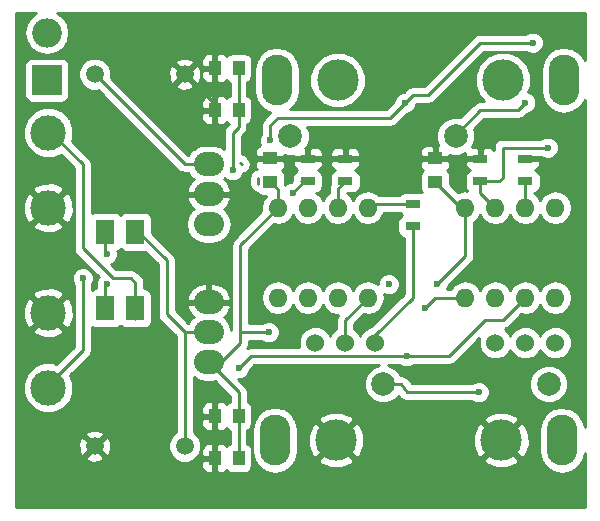
<source format=gbr>
G04 #@! TF.FileFunction,Copper,L1,Top,Signal*
%FSLAX46Y46*%
G04 Gerber Fmt 4.6, Leading zero omitted, Abs format (unit mm)*
G04 Created by KiCad (PCBNEW 0.201505300414+5690~23~ubuntu14.04.1-product) date Sat 20 Jun 2015 09:16:34 PM PDT*
%MOMM*%
G01*
G04 APERTURE LIST*
%ADD10C,0.100000*%
%ADD11O,1.600000X1.600000*%
%ADD12R,1.250000X1.000000*%
%ADD13R,1.300000X0.700000*%
%ADD14C,1.524000*%
%ADD15R,1.000000X1.250000*%
%ADD16C,2.000000*%
%ADD17C,3.500000*%
%ADD18O,2.600000X4.300000*%
%ADD19O,2.540000X2.032000*%
%ADD20R,2.500000X2.500000*%
%ADD21O,2.500000X2.500000*%
%ADD22C,1.501140*%
%ADD23C,3.000000*%
%ADD24R,1.550000X2.100000*%
%ADD25C,0.600000*%
%ADD26C,0.250000*%
%ADD27C,0.254000*%
G04 APERTURE END LIST*
D10*
D11*
X97790000Y-74295000D03*
X95250000Y-74295000D03*
X92710000Y-74295000D03*
X90170000Y-74295000D03*
X90170000Y-81915000D03*
X92710000Y-81915000D03*
X95250000Y-81915000D03*
X97790000Y-81915000D03*
D12*
X89535000Y-70120000D03*
X89535000Y-72120000D03*
D13*
X92710000Y-72070000D03*
X92710000Y-70170000D03*
X95885000Y-72070000D03*
X95885000Y-70170000D03*
X101600000Y-75880000D03*
X101600000Y-73980000D03*
D14*
X95885000Y-85725000D03*
X98425000Y-85725000D03*
X93345000Y-85725000D03*
D11*
X113665000Y-74295000D03*
X111125000Y-74295000D03*
X108585000Y-74295000D03*
X106045000Y-74295000D03*
X106045000Y-81915000D03*
X108585000Y-81915000D03*
X111125000Y-81915000D03*
X113665000Y-81915000D03*
D15*
X86852000Y-66040000D03*
X84852000Y-66040000D03*
X84852000Y-91948000D03*
X86852000Y-91948000D03*
D12*
X103505000Y-70120000D03*
X103505000Y-72120000D03*
D16*
X105235000Y-68250000D03*
D17*
X109235000Y-63500000D03*
D18*
X114385000Y-63500000D03*
D17*
X95235000Y-63500000D03*
D18*
X90085000Y-63500000D03*
D16*
X91235000Y-68250000D03*
X99108000Y-89230000D03*
D17*
X95108000Y-93980000D03*
D18*
X89958000Y-93980000D03*
D17*
X109108000Y-93980000D03*
D18*
X114258000Y-93980000D03*
D16*
X113108000Y-89230000D03*
D13*
X107315000Y-72070000D03*
X107315000Y-70170000D03*
X111125000Y-72070000D03*
X111125000Y-70170000D03*
D14*
X111125000Y-85725000D03*
X113665000Y-85725000D03*
X108585000Y-85725000D03*
D19*
X84328000Y-73152000D03*
X84328000Y-75692000D03*
X84328000Y-70612000D03*
X84328000Y-84836000D03*
X84328000Y-87376000D03*
X84328000Y-82296000D03*
D20*
X70612000Y-63500000D03*
D21*
X70612000Y-59500000D03*
D22*
X82296000Y-62992000D03*
X74676000Y-62992000D03*
X82296000Y-94488000D03*
X74676000Y-94488000D03*
D15*
X86852000Y-62484000D03*
X84852000Y-62484000D03*
X84852000Y-95504000D03*
X86852000Y-95504000D03*
D23*
X70738000Y-89535000D03*
X70738000Y-67945000D03*
X70738000Y-83185000D03*
X70738000Y-74295000D03*
D24*
X78105000Y-76327000D03*
X75565000Y-76327000D03*
X78105000Y-82827000D03*
X75565000Y-82827000D03*
D25*
X99568000Y-80772000D03*
X91440000Y-73025000D03*
X103632000Y-80772000D03*
X89408000Y-84836000D03*
X86360000Y-71120000D03*
X111760000Y-60325000D03*
X100965000Y-65405000D03*
X89535000Y-68580000D03*
X101092000Y-86868000D03*
X86868000Y-87884000D03*
X108585000Y-77470000D03*
X97536000Y-77724000D03*
X89408000Y-89916000D03*
X103632000Y-87884000D03*
X113030000Y-69215000D03*
X102616000Y-82804000D03*
X107188000Y-89916000D03*
X75692000Y-80772000D03*
X111125000Y-65405000D03*
X75692000Y-78232000D03*
X73660000Y-80264000D03*
D26*
X86995000Y-70485000D02*
X87138000Y-70628000D01*
X88535000Y-72279000D02*
X88535000Y-71755000D01*
X88535000Y-72279000D02*
X88535000Y-71755000D01*
X97790000Y-74295000D02*
X98232000Y-74295000D01*
X98105000Y-73980000D02*
X97790000Y-74295000D01*
X101600000Y-73980000D02*
X98105000Y-73980000D01*
X95250000Y-72705000D02*
X95885000Y-72070000D01*
X95250000Y-74295000D02*
X95250000Y-72705000D01*
X92710000Y-72070000D02*
X92120000Y-72070000D01*
X92395000Y-72070000D02*
X92710000Y-72070000D01*
X91440000Y-73025000D02*
X92395000Y-72070000D01*
X84328000Y-87376000D02*
X86360000Y-89408000D01*
X86868000Y-89916000D02*
X86868000Y-91932000D01*
X86360000Y-89408000D02*
X86868000Y-89916000D01*
X86868000Y-91932000D02*
X86852000Y-91948000D01*
X84328000Y-87376000D02*
X84709000Y-87376000D01*
X105680000Y-74295000D02*
X103505000Y-72120000D01*
X106045000Y-74295000D02*
X105680000Y-74295000D01*
X86995000Y-84836000D02*
X86995000Y-77470000D01*
X86995000Y-85725000D02*
X86995000Y-84836000D01*
X86995000Y-77470000D02*
X90170000Y-74295000D01*
X85344000Y-87376000D02*
X86995000Y-85725000D01*
X84328000Y-87376000D02*
X85344000Y-87376000D01*
X90170000Y-72755000D02*
X89535000Y-72120000D01*
X90170000Y-74295000D02*
X90170000Y-72755000D01*
X86852000Y-95504000D02*
X86852000Y-91948000D01*
X103632000Y-80772000D02*
X106045000Y-78359000D01*
X106045000Y-78359000D02*
X106045000Y-74295000D01*
X86995000Y-84836000D02*
X89408000Y-84836000D01*
X90170000Y-81915000D02*
X90170000Y-82423000D01*
X86360000Y-71120000D02*
X86360000Y-67945000D01*
X86360000Y-67945000D02*
X86852000Y-67453000D01*
X86852000Y-67453000D02*
X86852000Y-66040000D01*
X111760000Y-60325000D02*
X107315000Y-60325000D01*
X107315000Y-60325000D02*
X102870000Y-64770000D01*
X102870000Y-64770000D02*
X101600000Y-64770000D01*
X101600000Y-64770000D02*
X100965000Y-65405000D01*
X99695000Y-66675000D02*
X90170000Y-66675000D01*
X90170000Y-66675000D02*
X89535000Y-67310000D01*
X89535000Y-67310000D02*
X89535000Y-68580000D01*
X100965000Y-65405000D02*
X99695000Y-66675000D01*
X86852000Y-66040000D02*
X86852000Y-62484000D01*
X109220000Y-83820000D02*
X111125000Y-81915000D01*
X107696000Y-83820000D02*
X109220000Y-83820000D01*
X104648000Y-86868000D02*
X107696000Y-83820000D01*
X101092000Y-86868000D02*
X104648000Y-86868000D01*
X86868000Y-87884000D02*
X87884000Y-86868000D01*
X87884000Y-86868000D02*
X101092000Y-86868000D01*
X95885000Y-83820000D02*
X97790000Y-81915000D01*
X95885000Y-85725000D02*
X95885000Y-83820000D01*
X84852000Y-66040000D02*
X84852000Y-65548000D01*
X84852000Y-65548000D02*
X82296000Y-62992000D01*
X92760000Y-70120000D02*
X92710000Y-70170000D01*
X101600000Y-81915000D02*
X101600000Y-75880000D01*
X98425000Y-85090000D02*
X101600000Y-81915000D01*
X98425000Y-85725000D02*
X98425000Y-85090000D01*
X111125000Y-72070000D02*
X111125000Y-74295000D01*
X107315000Y-73025000D02*
X107315000Y-72070000D01*
X108585000Y-74295000D02*
X107315000Y-73025000D01*
X108905000Y-72070000D02*
X109220000Y-71755000D01*
X109220000Y-71755000D02*
X109220000Y-69215000D01*
X109220000Y-69215000D02*
X113030000Y-69215000D01*
X107315000Y-72070000D02*
X108905000Y-72070000D01*
X102616000Y-82804000D02*
X103505000Y-81915000D01*
X103505000Y-81915000D02*
X106045000Y-81915000D01*
X100635000Y-89230000D02*
X101092000Y-89916000D01*
X101092000Y-89916000D02*
X107188000Y-89916000D01*
X99108000Y-89230000D02*
X100635000Y-89230000D01*
X75565000Y-80899000D02*
X75692000Y-80772000D01*
X75565000Y-82827000D02*
X75565000Y-80899000D01*
X79248000Y-67564000D02*
X81788000Y-70104000D01*
X81788000Y-70104000D02*
X82296000Y-70612000D01*
X82296000Y-70612000D02*
X84328000Y-70612000D01*
X74676000Y-62992000D02*
X79248000Y-67564000D01*
X82296000Y-84836000D02*
X84328000Y-84836000D01*
X82296000Y-94488000D02*
X82296000Y-84836000D01*
X78359000Y-76327000D02*
X78105000Y-76327000D01*
X80772000Y-83312000D02*
X80772000Y-78740000D01*
X80772000Y-78740000D02*
X78359000Y-76327000D01*
X82296000Y-84836000D02*
X80772000Y-83312000D01*
X110490000Y-66040000D02*
X111125000Y-65405000D01*
X107315000Y-66040000D02*
X110490000Y-66040000D01*
X105235000Y-68120000D02*
X107315000Y-66040000D01*
X105235000Y-68250000D02*
X105235000Y-68120000D01*
X75565000Y-76327000D02*
X75565000Y-76835000D01*
X75565000Y-78105000D02*
X75565000Y-76327000D01*
X75692000Y-78232000D02*
X75565000Y-78105000D01*
X73660000Y-86360000D02*
X73660000Y-80264000D01*
X70738000Y-89282000D02*
X73660000Y-86360000D01*
X70738000Y-89535000D02*
X70738000Y-89282000D01*
X78105000Y-83693000D02*
X78105000Y-82827000D01*
X73660000Y-70612000D02*
X73660000Y-77724000D01*
X73660000Y-77724000D02*
X76200000Y-80264000D01*
X76200000Y-80264000D02*
X77724000Y-80264000D01*
X77724000Y-80264000D02*
X78105000Y-80645000D01*
X78105000Y-80645000D02*
X78105000Y-82827000D01*
X70993000Y-67945000D02*
X73660000Y-70612000D01*
X70738000Y-67945000D02*
X70993000Y-67945000D01*
X70612000Y-63500000D02*
X71120000Y-63500000D01*
D27*
G36*
X100840000Y-81600198D02*
X98087162Y-84353035D01*
X97634697Y-84539990D01*
X97241371Y-84932630D01*
X97155050Y-85140512D01*
X97070010Y-84934697D01*
X96677370Y-84541371D01*
X96645000Y-84527929D01*
X96645000Y-84134802D01*
X97466113Y-83313688D01*
X97790000Y-83378113D01*
X98339151Y-83268880D01*
X98804698Y-82957811D01*
X99115767Y-82492264D01*
X99225000Y-81943113D01*
X99225000Y-81886887D01*
X99171898Y-81619927D01*
X99381201Y-81706838D01*
X99753167Y-81707162D01*
X100096943Y-81565117D01*
X100360192Y-81302327D01*
X100502838Y-80958799D01*
X100503162Y-80586833D01*
X100361117Y-80243057D01*
X100098327Y-79979808D01*
X99754799Y-79837162D01*
X99382833Y-79836838D01*
X99039057Y-79978883D01*
X98775808Y-80241673D01*
X98633162Y-80585201D01*
X98633011Y-80757471D01*
X98339151Y-80561120D01*
X97790000Y-80451887D01*
X97240849Y-80561120D01*
X96775302Y-80872189D01*
X96520000Y-81254274D01*
X96264698Y-80872189D01*
X95799151Y-80561120D01*
X95250000Y-80451887D01*
X94700849Y-80561120D01*
X94235302Y-80872189D01*
X93980000Y-81254274D01*
X93724698Y-80872189D01*
X93259151Y-80561120D01*
X92710000Y-80451887D01*
X92160849Y-80561120D01*
X91695302Y-80872189D01*
X91440000Y-81254274D01*
X91184698Y-80872189D01*
X90719151Y-80561120D01*
X90170000Y-80451887D01*
X89620849Y-80561120D01*
X89155302Y-80872189D01*
X88844233Y-81337736D01*
X88735000Y-81886887D01*
X88735000Y-81943113D01*
X88844233Y-82492264D01*
X89155302Y-82957811D01*
X89620849Y-83268880D01*
X90170000Y-83378113D01*
X90719151Y-83268880D01*
X91184698Y-82957811D01*
X91440000Y-82575725D01*
X91695302Y-82957811D01*
X92160849Y-83268880D01*
X92710000Y-83378113D01*
X93259151Y-83268880D01*
X93724698Y-82957811D01*
X93980000Y-82575725D01*
X94235302Y-82957811D01*
X94700849Y-83268880D01*
X95250000Y-83378113D01*
X95288956Y-83370364D01*
X95182852Y-83529161D01*
X95125000Y-83820000D01*
X95125000Y-84527469D01*
X95094697Y-84539990D01*
X94701371Y-84932630D01*
X94615050Y-85140512D01*
X94530010Y-84934697D01*
X94137370Y-84541371D01*
X93624100Y-84328243D01*
X93068339Y-84327758D01*
X92554697Y-84539990D01*
X92161371Y-84932630D01*
X91948243Y-85445900D01*
X91947758Y-86001661D01*
X91991696Y-86108000D01*
X87884000Y-86108000D01*
X87597487Y-86164991D01*
X87697148Y-86015839D01*
X87755000Y-85725000D01*
X87755000Y-85596000D01*
X88845537Y-85596000D01*
X88877673Y-85628192D01*
X89221201Y-85770838D01*
X89593167Y-85771162D01*
X89936943Y-85629117D01*
X90200192Y-85366327D01*
X90342838Y-85022799D01*
X90343162Y-84650833D01*
X90201117Y-84307057D01*
X89938327Y-84043808D01*
X89594799Y-83901162D01*
X89222833Y-83900838D01*
X88879057Y-84042883D01*
X88845882Y-84076000D01*
X87755000Y-84076000D01*
X87755000Y-77784802D01*
X89846113Y-75693688D01*
X90170000Y-75758113D01*
X90719151Y-75648880D01*
X91184698Y-75337811D01*
X91440000Y-74955725D01*
X91695302Y-75337811D01*
X92160849Y-75648880D01*
X92710000Y-75758113D01*
X93259151Y-75648880D01*
X93724698Y-75337811D01*
X93980000Y-74955725D01*
X94235302Y-75337811D01*
X94700849Y-75648880D01*
X95250000Y-75758113D01*
X95799151Y-75648880D01*
X96264698Y-75337811D01*
X96520000Y-74955725D01*
X96775302Y-75337811D01*
X97240849Y-75648880D01*
X97790000Y-75758113D01*
X98339151Y-75648880D01*
X98804698Y-75337811D01*
X99115767Y-74872264D01*
X99142075Y-74740000D01*
X100459814Y-74740000D01*
X100489327Y-74784927D01*
X100700360Y-74927377D01*
X100709530Y-74929216D01*
X100707877Y-74929537D01*
X100495073Y-75069327D01*
X100352623Y-75280360D01*
X100302560Y-75530000D01*
X100302560Y-76230000D01*
X100349537Y-76472123D01*
X100489327Y-76684927D01*
X100700360Y-76827377D01*
X100840000Y-76855380D01*
X100840000Y-81600198D01*
X100840000Y-81600198D01*
G37*
X100840000Y-81600198D02*
X98087162Y-84353035D01*
X97634697Y-84539990D01*
X97241371Y-84932630D01*
X97155050Y-85140512D01*
X97070010Y-84934697D01*
X96677370Y-84541371D01*
X96645000Y-84527929D01*
X96645000Y-84134802D01*
X97466113Y-83313688D01*
X97790000Y-83378113D01*
X98339151Y-83268880D01*
X98804698Y-82957811D01*
X99115767Y-82492264D01*
X99225000Y-81943113D01*
X99225000Y-81886887D01*
X99171898Y-81619927D01*
X99381201Y-81706838D01*
X99753167Y-81707162D01*
X100096943Y-81565117D01*
X100360192Y-81302327D01*
X100502838Y-80958799D01*
X100503162Y-80586833D01*
X100361117Y-80243057D01*
X100098327Y-79979808D01*
X99754799Y-79837162D01*
X99382833Y-79836838D01*
X99039057Y-79978883D01*
X98775808Y-80241673D01*
X98633162Y-80585201D01*
X98633011Y-80757471D01*
X98339151Y-80561120D01*
X97790000Y-80451887D01*
X97240849Y-80561120D01*
X96775302Y-80872189D01*
X96520000Y-81254274D01*
X96264698Y-80872189D01*
X95799151Y-80561120D01*
X95250000Y-80451887D01*
X94700849Y-80561120D01*
X94235302Y-80872189D01*
X93980000Y-81254274D01*
X93724698Y-80872189D01*
X93259151Y-80561120D01*
X92710000Y-80451887D01*
X92160849Y-80561120D01*
X91695302Y-80872189D01*
X91440000Y-81254274D01*
X91184698Y-80872189D01*
X90719151Y-80561120D01*
X90170000Y-80451887D01*
X89620849Y-80561120D01*
X89155302Y-80872189D01*
X88844233Y-81337736D01*
X88735000Y-81886887D01*
X88735000Y-81943113D01*
X88844233Y-82492264D01*
X89155302Y-82957811D01*
X89620849Y-83268880D01*
X90170000Y-83378113D01*
X90719151Y-83268880D01*
X91184698Y-82957811D01*
X91440000Y-82575725D01*
X91695302Y-82957811D01*
X92160849Y-83268880D01*
X92710000Y-83378113D01*
X93259151Y-83268880D01*
X93724698Y-82957811D01*
X93980000Y-82575725D01*
X94235302Y-82957811D01*
X94700849Y-83268880D01*
X95250000Y-83378113D01*
X95288956Y-83370364D01*
X95182852Y-83529161D01*
X95125000Y-83820000D01*
X95125000Y-84527469D01*
X95094697Y-84539990D01*
X94701371Y-84932630D01*
X94615050Y-85140512D01*
X94530010Y-84934697D01*
X94137370Y-84541371D01*
X93624100Y-84328243D01*
X93068339Y-84327758D01*
X92554697Y-84539990D01*
X92161371Y-84932630D01*
X91948243Y-85445900D01*
X91947758Y-86001661D01*
X91991696Y-86108000D01*
X87884000Y-86108000D01*
X87597487Y-86164991D01*
X87697148Y-86015839D01*
X87755000Y-85725000D01*
X87755000Y-85596000D01*
X88845537Y-85596000D01*
X88877673Y-85628192D01*
X89221201Y-85770838D01*
X89593167Y-85771162D01*
X89936943Y-85629117D01*
X90200192Y-85366327D01*
X90342838Y-85022799D01*
X90343162Y-84650833D01*
X90201117Y-84307057D01*
X89938327Y-84043808D01*
X89594799Y-83901162D01*
X89222833Y-83900838D01*
X88879057Y-84042883D01*
X88845882Y-84076000D01*
X87755000Y-84076000D01*
X87755000Y-77784802D01*
X89846113Y-75693688D01*
X90170000Y-75758113D01*
X90719151Y-75648880D01*
X91184698Y-75337811D01*
X91440000Y-74955725D01*
X91695302Y-75337811D01*
X92160849Y-75648880D01*
X92710000Y-75758113D01*
X93259151Y-75648880D01*
X93724698Y-75337811D01*
X93980000Y-74955725D01*
X94235302Y-75337811D01*
X94700849Y-75648880D01*
X95250000Y-75758113D01*
X95799151Y-75648880D01*
X96264698Y-75337811D01*
X96520000Y-74955725D01*
X96775302Y-75337811D01*
X97240849Y-75648880D01*
X97790000Y-75758113D01*
X98339151Y-75648880D01*
X98804698Y-75337811D01*
X99115767Y-74872264D01*
X99142075Y-74740000D01*
X100459814Y-74740000D01*
X100489327Y-74784927D01*
X100700360Y-74927377D01*
X100709530Y-74929216D01*
X100707877Y-74929537D01*
X100495073Y-75069327D01*
X100352623Y-75280360D01*
X100302560Y-75530000D01*
X100302560Y-76230000D01*
X100349537Y-76472123D01*
X100489327Y-76684927D01*
X100700360Y-76827377D01*
X100840000Y-76855380D01*
X100840000Y-81600198D01*
G36*
X116155000Y-99645000D02*
X111498956Y-99645000D01*
X111498956Y-94423409D01*
X111486641Y-93474677D01*
X111147271Y-92655364D01*
X110802528Y-92465077D01*
X110622923Y-92644682D01*
X110622923Y-92285472D01*
X110432636Y-91940729D01*
X109551409Y-91589044D01*
X108602677Y-91601359D01*
X107783364Y-91940729D01*
X107593077Y-92285472D01*
X109108000Y-93800395D01*
X110622923Y-92285472D01*
X110622923Y-92644682D01*
X109287605Y-93980000D01*
X110802528Y-95494923D01*
X111147271Y-95304636D01*
X111498956Y-94423409D01*
X111498956Y-99645000D01*
X110622923Y-99645000D01*
X110622923Y-95674528D01*
X109108000Y-94159605D01*
X108928395Y-94339210D01*
X108928395Y-93980000D01*
X107413472Y-92465077D01*
X107068729Y-92655364D01*
X106717044Y-93536591D01*
X106729359Y-94485323D01*
X107068729Y-95304636D01*
X107413472Y-95494923D01*
X108928395Y-93980000D01*
X108928395Y-94339210D01*
X107593077Y-95674528D01*
X107783364Y-96019271D01*
X108664591Y-96370956D01*
X109613323Y-96358641D01*
X110432636Y-96019271D01*
X110622923Y-95674528D01*
X110622923Y-99645000D01*
X97498956Y-99645000D01*
X97498956Y-94423409D01*
X97486641Y-93474677D01*
X97147271Y-92655364D01*
X96802528Y-92465077D01*
X96622923Y-92644682D01*
X96622923Y-92285472D01*
X96432636Y-91940729D01*
X95551409Y-91589044D01*
X94602677Y-91601359D01*
X93783364Y-91940729D01*
X93593077Y-92285472D01*
X95108000Y-93800395D01*
X96622923Y-92285472D01*
X96622923Y-92644682D01*
X95287605Y-93980000D01*
X96802528Y-95494923D01*
X97147271Y-95304636D01*
X97498956Y-94423409D01*
X97498956Y-99645000D01*
X96622923Y-99645000D01*
X96622923Y-95674528D01*
X95108000Y-94159605D01*
X94928395Y-94339210D01*
X94928395Y-93980000D01*
X93413472Y-92465077D01*
X93068729Y-92655364D01*
X92717044Y-93536591D01*
X92729359Y-94485323D01*
X93068729Y-95304636D01*
X93413472Y-95494923D01*
X94928395Y-93980000D01*
X94928395Y-94339210D01*
X93593077Y-95674528D01*
X93783364Y-96019271D01*
X94664591Y-96370956D01*
X95613323Y-96358641D01*
X96432636Y-96019271D01*
X96622923Y-95674528D01*
X96622923Y-99645000D01*
X91893000Y-99645000D01*
X91893000Y-94884561D01*
X91893000Y-93075439D01*
X91745707Y-92334947D01*
X91326252Y-91707187D01*
X90698492Y-91287732D01*
X89958000Y-91140439D01*
X89217508Y-91287732D01*
X88589748Y-91707187D01*
X88170293Y-92334947D01*
X88023000Y-93075439D01*
X88023000Y-94884561D01*
X88170293Y-95625053D01*
X88589748Y-96252813D01*
X89217508Y-96672268D01*
X89958000Y-96819561D01*
X90698492Y-96672268D01*
X91326252Y-96252813D01*
X91745707Y-95625053D01*
X91893000Y-94884561D01*
X91893000Y-99645000D01*
X84725000Y-99645000D01*
X84725000Y-96605250D01*
X84725000Y-95631000D01*
X84725000Y-95377000D01*
X84725000Y-94402750D01*
X84725000Y-93049250D01*
X84725000Y-92075000D01*
X84725000Y-91821000D01*
X84725000Y-90846750D01*
X84566250Y-90688000D01*
X84225691Y-90688000D01*
X83992302Y-90784673D01*
X83813673Y-90963301D01*
X83717000Y-91196690D01*
X83717000Y-91449309D01*
X83717000Y-91662250D01*
X83875750Y-91821000D01*
X84725000Y-91821000D01*
X84725000Y-92075000D01*
X83875750Y-92075000D01*
X83717000Y-92233750D01*
X83717000Y-92446691D01*
X83717000Y-92699310D01*
X83813673Y-92932699D01*
X83992302Y-93111327D01*
X84225691Y-93208000D01*
X84566250Y-93208000D01*
X84725000Y-93049250D01*
X84725000Y-94402750D01*
X84566250Y-94244000D01*
X84225691Y-94244000D01*
X83992302Y-94340673D01*
X83813673Y-94519301D01*
X83717000Y-94752690D01*
X83717000Y-95005309D01*
X83717000Y-95218250D01*
X83875750Y-95377000D01*
X84725000Y-95377000D01*
X84725000Y-95631000D01*
X83875750Y-95631000D01*
X83717000Y-95789750D01*
X83717000Y-96002691D01*
X83717000Y-96255310D01*
X83813673Y-96488699D01*
X83992302Y-96667327D01*
X84225691Y-96764000D01*
X84566250Y-96764000D01*
X84725000Y-96605250D01*
X84725000Y-99645000D01*
X76073767Y-99645000D01*
X76073767Y-94692966D01*
X76045805Y-94142462D01*
X75888931Y-93763735D01*
X75647930Y-93695675D01*
X75468325Y-93875280D01*
X75468325Y-93516070D01*
X75400265Y-93275069D01*
X74880966Y-93090233D01*
X74330462Y-93118195D01*
X73951735Y-93275069D01*
X73883675Y-93516070D01*
X74676000Y-94308395D01*
X75468325Y-93516070D01*
X75468325Y-93875280D01*
X74855605Y-94488000D01*
X75647930Y-95280325D01*
X75888931Y-95212265D01*
X76073767Y-94692966D01*
X76073767Y-99645000D01*
X75468325Y-99645000D01*
X75468325Y-95459930D01*
X74676000Y-94667605D01*
X74496395Y-94847210D01*
X74496395Y-94488000D01*
X73704070Y-93695675D01*
X73463069Y-93763735D01*
X73278233Y-94283034D01*
X73306195Y-94833538D01*
X73463069Y-95212265D01*
X73704070Y-95280325D01*
X74496395Y-94488000D01*
X74496395Y-94847210D01*
X73883675Y-95459930D01*
X73951735Y-95700931D01*
X74471034Y-95885767D01*
X75021538Y-95857805D01*
X75400265Y-95700931D01*
X75468325Y-95459930D01*
X75468325Y-99645000D01*
X67995000Y-99645000D01*
X67995000Y-57835000D01*
X69739203Y-57835000D01*
X69242175Y-58167104D01*
X68833558Y-58778642D01*
X68690071Y-59500000D01*
X68833558Y-60221358D01*
X69242175Y-60832896D01*
X69853713Y-61241513D01*
X70575071Y-61385000D01*
X70648929Y-61385000D01*
X71370287Y-61241513D01*
X71981825Y-60832896D01*
X72390442Y-60221358D01*
X72533929Y-59500000D01*
X72390442Y-58778642D01*
X71981825Y-58167104D01*
X71484796Y-57835000D01*
X116155000Y-57835000D01*
X116155000Y-61828446D01*
X115753252Y-61227187D01*
X115125492Y-60807732D01*
X114385000Y-60660439D01*
X113644508Y-60807732D01*
X113016748Y-61227187D01*
X112695162Y-61708475D01*
X112695162Y-60139833D01*
X112553117Y-59796057D01*
X112290327Y-59532808D01*
X111946799Y-59390162D01*
X111574833Y-59389838D01*
X111231057Y-59531883D01*
X111197882Y-59565000D01*
X107315000Y-59565000D01*
X107024160Y-59622852D01*
X106777599Y-59787599D01*
X102555198Y-64010000D01*
X101600000Y-64010000D01*
X101309161Y-64067852D01*
X101062599Y-64232599D01*
X100825320Y-64469877D01*
X100779833Y-64469838D01*
X100436057Y-64611883D01*
X100172808Y-64874673D01*
X100030162Y-65218201D01*
X100030121Y-65265076D01*
X99380198Y-65915000D01*
X97620413Y-65915000D01*
X97620413Y-63027675D01*
X97258084Y-62150771D01*
X96587758Y-61479274D01*
X95711487Y-61115415D01*
X94762675Y-61114587D01*
X93885771Y-61476916D01*
X93214274Y-62147242D01*
X92850415Y-63023513D01*
X92849587Y-63972325D01*
X93211916Y-64849229D01*
X93882242Y-65520726D01*
X94758513Y-65884585D01*
X95707325Y-65885413D01*
X96584229Y-65523084D01*
X97255726Y-64852758D01*
X97619585Y-63976487D01*
X97620413Y-63027675D01*
X97620413Y-65915000D01*
X91240453Y-65915000D01*
X91453252Y-65772813D01*
X91872707Y-65145053D01*
X92020000Y-64404561D01*
X92020000Y-62595439D01*
X91872707Y-61854947D01*
X91453252Y-61227187D01*
X90825492Y-60807732D01*
X90085000Y-60660439D01*
X89344508Y-60807732D01*
X88716748Y-61227187D01*
X88297293Y-61854947D01*
X88150000Y-62595439D01*
X88150000Y-64404561D01*
X88297293Y-65145053D01*
X88716748Y-65772813D01*
X89344508Y-66192268D01*
X89539202Y-66230995D01*
X88997599Y-66772599D01*
X88832852Y-67019161D01*
X88775000Y-67310000D01*
X88775000Y-68017537D01*
X88742808Y-68049673D01*
X88600162Y-68393201D01*
X88599838Y-68765167D01*
X88704264Y-69017899D01*
X88550301Y-69081673D01*
X88371673Y-69260302D01*
X88275000Y-69493691D01*
X88275000Y-69834250D01*
X88433750Y-69993000D01*
X89408000Y-69993000D01*
X89408000Y-69973000D01*
X89662000Y-69973000D01*
X89662000Y-69993000D01*
X90636250Y-69993000D01*
X90792598Y-69836651D01*
X90908352Y-69884716D01*
X91425917Y-69885167D01*
X91583750Y-70043000D01*
X92583000Y-70043000D01*
X92583000Y-69343750D01*
X92518356Y-69279106D01*
X92620278Y-69177363D01*
X92869716Y-68576648D01*
X92870284Y-67926205D01*
X92667321Y-67435000D01*
X99695000Y-67435000D01*
X99985839Y-67377148D01*
X100232401Y-67212401D01*
X101104679Y-66340122D01*
X101150167Y-66340162D01*
X101493943Y-66198117D01*
X101757192Y-65935327D01*
X101899838Y-65591799D01*
X101899878Y-65544923D01*
X101914802Y-65530000D01*
X102870000Y-65530000D01*
X103160839Y-65472148D01*
X103407401Y-65307401D01*
X107629801Y-61085000D01*
X111197537Y-61085000D01*
X111229673Y-61117192D01*
X111573201Y-61259838D01*
X111945167Y-61260162D01*
X112288943Y-61118117D01*
X112552192Y-60855327D01*
X112694838Y-60511799D01*
X112695162Y-60139833D01*
X112695162Y-61708475D01*
X112597293Y-61854947D01*
X112450000Y-62595439D01*
X112450000Y-64404561D01*
X112597293Y-65145053D01*
X113016748Y-65772813D01*
X113644508Y-66192268D01*
X114385000Y-66339561D01*
X115125492Y-66192268D01*
X115753252Y-65772813D01*
X116155000Y-65171553D01*
X116155000Y-92884400D01*
X116045707Y-92334947D01*
X115626252Y-91707187D01*
X115100000Y-91355557D01*
X115100000Y-81943113D01*
X115100000Y-81886887D01*
X114990767Y-81337736D01*
X114679698Y-80872189D01*
X114214151Y-80561120D01*
X113665000Y-80451887D01*
X113115849Y-80561120D01*
X112650302Y-80872189D01*
X112395000Y-81254274D01*
X112139698Y-80872189D01*
X111674151Y-80561120D01*
X111125000Y-80451887D01*
X110575849Y-80561120D01*
X110110302Y-80872189D01*
X109855000Y-81254274D01*
X109599698Y-80872189D01*
X109134151Y-80561120D01*
X108585000Y-80451887D01*
X108035849Y-80561120D01*
X107570302Y-80872189D01*
X107315000Y-81254274D01*
X107059698Y-80872189D01*
X106594151Y-80561120D01*
X106045000Y-80451887D01*
X105495849Y-80561120D01*
X105030302Y-80872189D01*
X104841333Y-81155000D01*
X104485367Y-81155000D01*
X104566838Y-80958799D01*
X104566878Y-80911923D01*
X106582401Y-78896401D01*
X106747148Y-78649840D01*
X106747148Y-78649839D01*
X106805000Y-78359000D01*
X106805000Y-75507995D01*
X107059698Y-75337811D01*
X107315000Y-74955725D01*
X107570302Y-75337811D01*
X108035849Y-75648880D01*
X108585000Y-75758113D01*
X109134151Y-75648880D01*
X109599698Y-75337811D01*
X109855000Y-74955725D01*
X110110302Y-75337811D01*
X110575849Y-75648880D01*
X111125000Y-75758113D01*
X111674151Y-75648880D01*
X112139698Y-75337811D01*
X112395000Y-74955725D01*
X112650302Y-75337811D01*
X113115849Y-75648880D01*
X113665000Y-75758113D01*
X114214151Y-75648880D01*
X114679698Y-75337811D01*
X114990767Y-74872264D01*
X115100000Y-74323113D01*
X115100000Y-74266887D01*
X114990767Y-73717736D01*
X114679698Y-73252189D01*
X114214151Y-72941120D01*
X113665000Y-72831887D01*
X113115849Y-72941120D01*
X112650302Y-73252189D01*
X112395000Y-73634274D01*
X112139698Y-73252189D01*
X111885000Y-73082004D01*
X111885000Y-73046097D01*
X112017123Y-73020463D01*
X112229927Y-72880673D01*
X112372377Y-72669640D01*
X112422440Y-72420000D01*
X112422440Y-71720000D01*
X112375463Y-71477877D01*
X112235673Y-71265073D01*
X112024640Y-71122623D01*
X111994208Y-71116520D01*
X112134699Y-71058327D01*
X112313327Y-70879698D01*
X112410000Y-70646309D01*
X112410000Y-70455750D01*
X112251250Y-70297000D01*
X111252000Y-70297000D01*
X111252000Y-70317000D01*
X110998000Y-70317000D01*
X110998000Y-70297000D01*
X110978000Y-70297000D01*
X110978000Y-70043000D01*
X110998000Y-70043000D01*
X110998000Y-70023000D01*
X111252000Y-70023000D01*
X111252000Y-70043000D01*
X112251250Y-70043000D01*
X112319250Y-69975000D01*
X112467537Y-69975000D01*
X112499673Y-70007192D01*
X112843201Y-70149838D01*
X113215167Y-70150162D01*
X113558943Y-70008117D01*
X113822192Y-69745327D01*
X113964838Y-69401799D01*
X113965162Y-69029833D01*
X113823117Y-68686057D01*
X113560327Y-68422808D01*
X113216799Y-68280162D01*
X112844833Y-68279838D01*
X112501057Y-68421883D01*
X112467882Y-68455000D01*
X112060162Y-68455000D01*
X112060162Y-65219833D01*
X111918117Y-64876057D01*
X111655327Y-64612808D01*
X111399476Y-64506568D01*
X111619585Y-63976487D01*
X111620413Y-63027675D01*
X111258084Y-62150771D01*
X110587758Y-61479274D01*
X109711487Y-61115415D01*
X108762675Y-61114587D01*
X107885771Y-61476916D01*
X107214274Y-62147242D01*
X106850415Y-63023513D01*
X106849587Y-63972325D01*
X107211916Y-64849229D01*
X107641935Y-65280000D01*
X107315000Y-65280000D01*
X107024160Y-65337852D01*
X106777599Y-65502599D01*
X105634615Y-66645582D01*
X105561648Y-66615284D01*
X104911205Y-66614716D01*
X104310057Y-66863106D01*
X103849722Y-67322637D01*
X103600284Y-67923352D01*
X103599716Y-68573795D01*
X103775800Y-68999949D01*
X103632000Y-69143750D01*
X103632000Y-69993000D01*
X104606250Y-69993000D01*
X104765000Y-69834250D01*
X104765000Y-69825191D01*
X104908352Y-69884716D01*
X105558795Y-69885284D01*
X106031551Y-69689944D01*
X106030000Y-69693691D01*
X106030000Y-69884250D01*
X106188750Y-70043000D01*
X107188000Y-70043000D01*
X107188000Y-69343750D01*
X107029250Y-69185000D01*
X106791309Y-69185000D01*
X106612627Y-69185000D01*
X106620278Y-69177363D01*
X106869716Y-68576648D01*
X106870284Y-67926205D01*
X106763071Y-67666730D01*
X107629802Y-66800000D01*
X110490000Y-66800000D01*
X110780839Y-66742148D01*
X111027401Y-66577401D01*
X111264679Y-66340122D01*
X111310167Y-66340162D01*
X111653943Y-66198117D01*
X111917192Y-65935327D01*
X112059838Y-65591799D01*
X112060162Y-65219833D01*
X112060162Y-68455000D01*
X109220000Y-68455000D01*
X108929161Y-68512852D01*
X108682599Y-68677599D01*
X108517852Y-68924161D01*
X108460000Y-69215000D01*
X108460000Y-69416974D01*
X108324699Y-69281673D01*
X108091310Y-69185000D01*
X107838691Y-69185000D01*
X107600750Y-69185000D01*
X107442000Y-69343750D01*
X107442000Y-70043000D01*
X107462000Y-70043000D01*
X107462000Y-70297000D01*
X107442000Y-70297000D01*
X107442000Y-70317000D01*
X107188000Y-70317000D01*
X107188000Y-70297000D01*
X106188750Y-70297000D01*
X106030000Y-70455750D01*
X106030000Y-70646309D01*
X106126673Y-70879698D01*
X106305301Y-71058327D01*
X106443442Y-71115546D01*
X106422877Y-71119537D01*
X106210073Y-71259327D01*
X106067623Y-71470360D01*
X106017560Y-71720000D01*
X106017560Y-72420000D01*
X106064537Y-72662123D01*
X106195752Y-72861873D01*
X106045000Y-72831887D01*
X105495849Y-72941120D01*
X105438944Y-72979142D01*
X104777440Y-72317637D01*
X104777440Y-71620000D01*
X104730463Y-71377877D01*
X104590673Y-71165073D01*
X104526362Y-71121662D01*
X104668327Y-70979698D01*
X104765000Y-70746309D01*
X104765000Y-70405750D01*
X104606250Y-70247000D01*
X103632000Y-70247000D01*
X103632000Y-70267000D01*
X103378000Y-70267000D01*
X103378000Y-70247000D01*
X103378000Y-69993000D01*
X103378000Y-69143750D01*
X103219250Y-68985000D01*
X103006309Y-68985000D01*
X102753690Y-68985000D01*
X102520301Y-69081673D01*
X102341673Y-69260302D01*
X102245000Y-69493691D01*
X102245000Y-69834250D01*
X102403750Y-69993000D01*
X103378000Y-69993000D01*
X103378000Y-70247000D01*
X102403750Y-70247000D01*
X102245000Y-70405750D01*
X102245000Y-70746309D01*
X102341673Y-70979698D01*
X102483150Y-71121176D01*
X102425073Y-71159327D01*
X102282623Y-71370360D01*
X102232560Y-71620000D01*
X102232560Y-72620000D01*
X102279537Y-72862123D01*
X102375136Y-73007654D01*
X102250000Y-72982560D01*
X100950000Y-72982560D01*
X100707877Y-73029537D01*
X100495073Y-73169327D01*
X100460868Y-73220000D01*
X98756523Y-73220000D01*
X98339151Y-72941120D01*
X97790000Y-72831887D01*
X97240849Y-72941120D01*
X96775302Y-73252189D01*
X96520000Y-73634274D01*
X96264698Y-73252189D01*
X96010000Y-73082004D01*
X96010000Y-73067440D01*
X96535000Y-73067440D01*
X96777123Y-73020463D01*
X96989927Y-72880673D01*
X97132377Y-72669640D01*
X97182440Y-72420000D01*
X97182440Y-71720000D01*
X97135463Y-71477877D01*
X96995673Y-71265073D01*
X96784640Y-71122623D01*
X96754208Y-71116520D01*
X96894699Y-71058327D01*
X97073327Y-70879698D01*
X97170000Y-70646309D01*
X97170000Y-70455750D01*
X97170000Y-69884250D01*
X97170000Y-69693691D01*
X97073327Y-69460302D01*
X96894699Y-69281673D01*
X96661310Y-69185000D01*
X96408691Y-69185000D01*
X96170750Y-69185000D01*
X96012000Y-69343750D01*
X96012000Y-70043000D01*
X97011250Y-70043000D01*
X97170000Y-69884250D01*
X97170000Y-70455750D01*
X97011250Y-70297000D01*
X96012000Y-70297000D01*
X96012000Y-70317000D01*
X95758000Y-70317000D01*
X95758000Y-70297000D01*
X95758000Y-70043000D01*
X95758000Y-69343750D01*
X95599250Y-69185000D01*
X95361309Y-69185000D01*
X95108690Y-69185000D01*
X94875301Y-69281673D01*
X94696673Y-69460302D01*
X94600000Y-69693691D01*
X94600000Y-69884250D01*
X94758750Y-70043000D01*
X95758000Y-70043000D01*
X95758000Y-70297000D01*
X94758750Y-70297000D01*
X94600000Y-70455750D01*
X94600000Y-70646309D01*
X94696673Y-70879698D01*
X94875301Y-71058327D01*
X95013442Y-71115546D01*
X94992877Y-71119537D01*
X94780073Y-71259327D01*
X94637623Y-71470360D01*
X94587560Y-71720000D01*
X94587560Y-72354733D01*
X94547852Y-72414161D01*
X94490000Y-72705000D01*
X94490000Y-73082004D01*
X94235302Y-73252189D01*
X93980000Y-73634274D01*
X93724698Y-73252189D01*
X93428353Y-73054177D01*
X93602123Y-73020463D01*
X93814927Y-72880673D01*
X93957377Y-72669640D01*
X94007440Y-72420000D01*
X94007440Y-71720000D01*
X93960463Y-71477877D01*
X93820673Y-71265073D01*
X93609640Y-71122623D01*
X93579208Y-71116520D01*
X93719699Y-71058327D01*
X93898327Y-70879698D01*
X93995000Y-70646309D01*
X93995000Y-70455750D01*
X93995000Y-69884250D01*
X93995000Y-69693691D01*
X93898327Y-69460302D01*
X93719699Y-69281673D01*
X93486310Y-69185000D01*
X93233691Y-69185000D01*
X92995750Y-69185000D01*
X92837000Y-69343750D01*
X92837000Y-70043000D01*
X93836250Y-70043000D01*
X93995000Y-69884250D01*
X93995000Y-70455750D01*
X93836250Y-70297000D01*
X92837000Y-70297000D01*
X92837000Y-70317000D01*
X92583000Y-70317000D01*
X92583000Y-70297000D01*
X91583750Y-70297000D01*
X91425000Y-70455750D01*
X91425000Y-70646309D01*
X91521673Y-70879698D01*
X91700301Y-71058327D01*
X91838442Y-71115546D01*
X91817877Y-71119537D01*
X91605073Y-71259327D01*
X91462623Y-71470360D01*
X91412560Y-71720000D01*
X91412560Y-71805765D01*
X91369883Y-72020314D01*
X91300320Y-72089877D01*
X91254833Y-72089838D01*
X90911057Y-72231883D01*
X90807440Y-72335319D01*
X90807440Y-71620000D01*
X90760463Y-71377877D01*
X90620673Y-71165073D01*
X90556362Y-71121662D01*
X90698327Y-70979698D01*
X90795000Y-70746309D01*
X90795000Y-70405750D01*
X90636250Y-70247000D01*
X89662000Y-70247000D01*
X89662000Y-70267000D01*
X89408000Y-70267000D01*
X89408000Y-70247000D01*
X88433750Y-70247000D01*
X88275000Y-70405750D01*
X88275000Y-70746309D01*
X88371673Y-70979698D01*
X88411533Y-71019559D01*
X88244161Y-71052852D01*
X87999440Y-71216368D01*
X87999440Y-66665000D01*
X87999440Y-65415000D01*
X87952463Y-65172877D01*
X87812673Y-64960073D01*
X87612000Y-64824616D01*
X87612000Y-63697719D01*
X87806927Y-63569673D01*
X87949377Y-63358640D01*
X87999440Y-63109000D01*
X87999440Y-61859000D01*
X87952463Y-61616877D01*
X87812673Y-61404073D01*
X87601640Y-61261623D01*
X87352000Y-61211560D01*
X86352000Y-61211560D01*
X86109877Y-61258537D01*
X85897073Y-61398327D01*
X85853662Y-61462637D01*
X85711698Y-61320673D01*
X85478309Y-61224000D01*
X85137750Y-61224000D01*
X84979000Y-61382750D01*
X84979000Y-62357000D01*
X84999000Y-62357000D01*
X84999000Y-62611000D01*
X84979000Y-62611000D01*
X84979000Y-63585250D01*
X85137750Y-63744000D01*
X85478309Y-63744000D01*
X85711698Y-63647327D01*
X85853176Y-63505849D01*
X85891327Y-63563927D01*
X86092000Y-63699383D01*
X86092000Y-64826280D01*
X85897073Y-64954327D01*
X85853662Y-65018637D01*
X85711698Y-64876673D01*
X85478309Y-64780000D01*
X85137750Y-64780000D01*
X84979000Y-64938750D01*
X84979000Y-65913000D01*
X84999000Y-65913000D01*
X84999000Y-66167000D01*
X84979000Y-66167000D01*
X84979000Y-67141250D01*
X85137750Y-67300000D01*
X85478309Y-67300000D01*
X85711698Y-67203327D01*
X85853176Y-67061849D01*
X85891327Y-67119927D01*
X86022038Y-67208159D01*
X85822599Y-67407599D01*
X85657852Y-67654161D01*
X85600000Y-67945000D01*
X85600000Y-69319781D01*
X85251131Y-69086675D01*
X84725000Y-68982020D01*
X84725000Y-67141250D01*
X84725000Y-66167000D01*
X84725000Y-65913000D01*
X84725000Y-64938750D01*
X84725000Y-63585250D01*
X84725000Y-62611000D01*
X84725000Y-62357000D01*
X84725000Y-61382750D01*
X84566250Y-61224000D01*
X84225691Y-61224000D01*
X83992302Y-61320673D01*
X83813673Y-61499301D01*
X83717000Y-61732690D01*
X83717000Y-61985309D01*
X83717000Y-62198250D01*
X83875750Y-62357000D01*
X84725000Y-62357000D01*
X84725000Y-62611000D01*
X83875750Y-62611000D01*
X83717000Y-62769750D01*
X83717000Y-62982691D01*
X83717000Y-63235310D01*
X83813673Y-63468699D01*
X83992302Y-63647327D01*
X84225691Y-63744000D01*
X84566250Y-63744000D01*
X84725000Y-63585250D01*
X84725000Y-64938750D01*
X84566250Y-64780000D01*
X84225691Y-64780000D01*
X83992302Y-64876673D01*
X83813673Y-65055301D01*
X83717000Y-65288690D01*
X83717000Y-65541309D01*
X83717000Y-65754250D01*
X83875750Y-65913000D01*
X84725000Y-65913000D01*
X84725000Y-66167000D01*
X83875750Y-66167000D01*
X83717000Y-66325750D01*
X83717000Y-66538691D01*
X83717000Y-66791310D01*
X83813673Y-67024699D01*
X83992302Y-67203327D01*
X84225691Y-67300000D01*
X84566250Y-67300000D01*
X84725000Y-67141250D01*
X84725000Y-68982020D01*
X84619321Y-68961000D01*
X84036679Y-68961000D01*
X83693767Y-69029209D01*
X83693767Y-63196966D01*
X83665805Y-62646462D01*
X83508931Y-62267735D01*
X83267930Y-62199675D01*
X83088325Y-62379280D01*
X83088325Y-62020070D01*
X83020265Y-61779069D01*
X82500966Y-61594233D01*
X81950462Y-61622195D01*
X81571735Y-61779069D01*
X81503675Y-62020070D01*
X82296000Y-62812395D01*
X83088325Y-62020070D01*
X83088325Y-62379280D01*
X82475605Y-62992000D01*
X83267930Y-63784325D01*
X83508931Y-63716265D01*
X83693767Y-63196966D01*
X83693767Y-69029209D01*
X83404869Y-69086675D01*
X83088325Y-69298183D01*
X83088325Y-63963930D01*
X82296000Y-63171605D01*
X82116395Y-63351210D01*
X82116395Y-62992000D01*
X81324070Y-62199675D01*
X81083069Y-62267735D01*
X80898233Y-62787034D01*
X80926195Y-63337538D01*
X81083069Y-63716265D01*
X81324070Y-63784325D01*
X82116395Y-62992000D01*
X82116395Y-63351210D01*
X81503675Y-63963930D01*
X81571735Y-64204931D01*
X82091034Y-64389767D01*
X82641538Y-64361805D01*
X83020265Y-64204931D01*
X83088325Y-63963930D01*
X83088325Y-69298183D01*
X82869246Y-69444567D01*
X82602533Y-69843731D01*
X82325401Y-69566599D01*
X79785401Y-67026599D01*
X76051438Y-63292636D01*
X76061329Y-63268816D01*
X76061810Y-62717602D01*
X75851314Y-62208163D01*
X75461887Y-61818056D01*
X74952816Y-61606671D01*
X74401602Y-61606190D01*
X73892163Y-61816686D01*
X73502056Y-62206113D01*
X73290671Y-62715184D01*
X73290190Y-63266398D01*
X73500686Y-63775837D01*
X73890113Y-64165944D01*
X74399184Y-64377329D01*
X74950398Y-64377810D01*
X74976303Y-64367105D01*
X78710599Y-68101401D01*
X81250599Y-70641401D01*
X81758599Y-71149401D01*
X82005160Y-71314147D01*
X82005161Y-71314148D01*
X82296000Y-71372000D01*
X82597007Y-71372000D01*
X82869246Y-71779433D01*
X83043781Y-71896053D01*
X82816764Y-72074370D01*
X82500074Y-72637523D01*
X82468025Y-72769056D01*
X82587164Y-73025000D01*
X84201000Y-73025000D01*
X84201000Y-73005000D01*
X84455000Y-73005000D01*
X84455000Y-73025000D01*
X86068836Y-73025000D01*
X86187975Y-72769056D01*
X86155926Y-72637523D01*
X85839236Y-72074370D01*
X85612218Y-71896053D01*
X85733000Y-71815350D01*
X85829673Y-71912192D01*
X86173201Y-72054838D01*
X86545167Y-72055162D01*
X86888943Y-71913117D01*
X87152192Y-71650327D01*
X87272205Y-71361304D01*
X87428840Y-71330148D01*
X87675401Y-71165401D01*
X87840148Y-70918840D01*
X87898000Y-70628000D01*
X87840148Y-70337161D01*
X87675401Y-70090599D01*
X87532401Y-69947599D01*
X87285839Y-69782852D01*
X87120000Y-69749864D01*
X87120000Y-68259802D01*
X87389401Y-67990401D01*
X87554148Y-67743839D01*
X87612000Y-67453000D01*
X87612000Y-67253719D01*
X87806927Y-67125673D01*
X87949377Y-66914640D01*
X87999440Y-66665000D01*
X87999440Y-71216368D01*
X87997599Y-71217599D01*
X87832852Y-71464161D01*
X87775000Y-71755000D01*
X87775000Y-72279000D01*
X87832852Y-72569839D01*
X87997599Y-72816401D01*
X88244161Y-72981148D01*
X88409302Y-73013996D01*
X88449327Y-73074927D01*
X88660360Y-73217377D01*
X88910000Y-73267440D01*
X89145111Y-73267440D01*
X88844233Y-73717736D01*
X88735000Y-74266887D01*
X88735000Y-74323113D01*
X88790096Y-74600101D01*
X86457599Y-76932599D01*
X86292852Y-77179161D01*
X86270321Y-77292430D01*
X86270321Y-75692000D01*
X86144646Y-75060190D01*
X85786754Y-74524567D01*
X85612218Y-74407946D01*
X85839236Y-74229630D01*
X86155926Y-73666477D01*
X86187975Y-73534944D01*
X86068836Y-73279000D01*
X84455000Y-73279000D01*
X84455000Y-73299000D01*
X84201000Y-73299000D01*
X84201000Y-73279000D01*
X82587164Y-73279000D01*
X82468025Y-73534944D01*
X82500074Y-73666477D01*
X82816764Y-74229630D01*
X83043781Y-74407946D01*
X82869246Y-74524567D01*
X82511354Y-75060190D01*
X82385679Y-75692000D01*
X82511354Y-76323810D01*
X82869246Y-76859433D01*
X83404869Y-77217325D01*
X84036679Y-77343000D01*
X84619321Y-77343000D01*
X85251131Y-77217325D01*
X85786754Y-76859433D01*
X86144646Y-76323810D01*
X86270321Y-75692000D01*
X86270321Y-77292430D01*
X86235000Y-77470000D01*
X86235000Y-84658429D01*
X86144646Y-84204190D01*
X85786754Y-83668567D01*
X85612218Y-83551946D01*
X85839236Y-83373630D01*
X86155926Y-82810477D01*
X86187975Y-82678944D01*
X86187975Y-81913056D01*
X86155926Y-81781523D01*
X85839236Y-81218370D01*
X85331143Y-80819276D01*
X84709000Y-80645000D01*
X84455000Y-80645000D01*
X84455000Y-82169000D01*
X86068836Y-82169000D01*
X86187975Y-81913056D01*
X86187975Y-82678944D01*
X86068836Y-82423000D01*
X84455000Y-82423000D01*
X84455000Y-82443000D01*
X84201000Y-82443000D01*
X84201000Y-82423000D01*
X84201000Y-82169000D01*
X84201000Y-80645000D01*
X83947000Y-80645000D01*
X83324857Y-80819276D01*
X82816764Y-81218370D01*
X82500074Y-81781523D01*
X82468025Y-81913056D01*
X82587164Y-82169000D01*
X84201000Y-82169000D01*
X84201000Y-82423000D01*
X82587164Y-82423000D01*
X82468025Y-82678944D01*
X82500074Y-82810477D01*
X82816764Y-83373630D01*
X83043781Y-83551946D01*
X82869246Y-83668567D01*
X82602533Y-84067731D01*
X81532000Y-82997198D01*
X81532000Y-78740000D01*
X81474148Y-78449161D01*
X81474148Y-78449160D01*
X81309401Y-78202599D01*
X79527440Y-76420638D01*
X79527440Y-75277000D01*
X79480463Y-75034877D01*
X79340673Y-74822073D01*
X79129640Y-74679623D01*
X78880000Y-74629560D01*
X77330000Y-74629560D01*
X77087877Y-74676537D01*
X76875073Y-74816327D01*
X76835454Y-74875020D01*
X76800673Y-74822073D01*
X76589640Y-74679623D01*
X76340000Y-74629560D01*
X74790000Y-74629560D01*
X74547877Y-74676537D01*
X74420000Y-74760538D01*
X74420000Y-70612000D01*
X74362148Y-70321161D01*
X74197401Y-70074599D01*
X72761637Y-68638835D01*
X72872628Y-68371541D01*
X72873370Y-67522185D01*
X72549020Y-66737200D01*
X72509440Y-66697550D01*
X72509440Y-64750000D01*
X72509440Y-62250000D01*
X72462463Y-62007877D01*
X72322673Y-61795073D01*
X72111640Y-61652623D01*
X71862000Y-61602560D01*
X69362000Y-61602560D01*
X69119877Y-61649537D01*
X68907073Y-61789327D01*
X68764623Y-62000360D01*
X68714560Y-62250000D01*
X68714560Y-64750000D01*
X68761537Y-64992123D01*
X68901327Y-65204927D01*
X69112360Y-65347377D01*
X69362000Y-65397440D01*
X71862000Y-65397440D01*
X72104123Y-65350463D01*
X72316927Y-65210673D01*
X72459377Y-64999640D01*
X72509440Y-64750000D01*
X72509440Y-66697550D01*
X71948959Y-66136091D01*
X71164541Y-65810372D01*
X70315185Y-65809630D01*
X69530200Y-66133980D01*
X68929091Y-66734041D01*
X68603372Y-67518459D01*
X68602630Y-68367815D01*
X68926980Y-69152800D01*
X69527041Y-69753909D01*
X70311459Y-70079628D01*
X71160815Y-70080370D01*
X71792542Y-69819344D01*
X72900000Y-70926802D01*
X72900000Y-77724000D01*
X72957852Y-78014839D01*
X73122599Y-78261401D01*
X75001428Y-80140230D01*
X74899808Y-80241673D01*
X74757162Y-80585201D01*
X74756838Y-80957167D01*
X74805000Y-81073728D01*
X74805000Y-81129560D01*
X74790000Y-81129560D01*
X74547877Y-81176537D01*
X74420000Y-81260538D01*
X74420000Y-80826462D01*
X74452192Y-80794327D01*
X74594838Y-80450799D01*
X74595162Y-80078833D01*
X74453117Y-79735057D01*
X74190327Y-79471808D01*
X73846799Y-79329162D01*
X73474833Y-79328838D01*
X73131057Y-79470883D01*
X72880723Y-79720780D01*
X72880723Y-74678813D01*
X72864497Y-73829613D01*
X72570739Y-73120418D01*
X72251970Y-72960635D01*
X72072365Y-73140240D01*
X72072365Y-72781030D01*
X71912582Y-72462261D01*
X71121813Y-72152277D01*
X70272613Y-72168503D01*
X69563418Y-72462261D01*
X69403635Y-72781030D01*
X70738000Y-74115395D01*
X72072365Y-72781030D01*
X72072365Y-73140240D01*
X70917605Y-74295000D01*
X72251970Y-75629365D01*
X72570739Y-75469582D01*
X72880723Y-74678813D01*
X72880723Y-79720780D01*
X72867808Y-79733673D01*
X72725162Y-80077201D01*
X72724838Y-80449167D01*
X72866883Y-80792943D01*
X72900000Y-80826117D01*
X72900000Y-86045198D01*
X72880723Y-86064474D01*
X72880723Y-83568813D01*
X72864497Y-82719613D01*
X72570739Y-82010418D01*
X72251970Y-81850635D01*
X72072365Y-82030240D01*
X72072365Y-81671030D01*
X72072365Y-75808970D01*
X70738000Y-74474605D01*
X70558395Y-74654210D01*
X70558395Y-74295000D01*
X69224030Y-72960635D01*
X68905261Y-73120418D01*
X68595277Y-73911187D01*
X68611503Y-74760387D01*
X68905261Y-75469582D01*
X69224030Y-75629365D01*
X70558395Y-74295000D01*
X70558395Y-74654210D01*
X69403635Y-75808970D01*
X69563418Y-76127739D01*
X70354187Y-76437723D01*
X71203387Y-76421497D01*
X71912582Y-76127739D01*
X72072365Y-75808970D01*
X72072365Y-81671030D01*
X71912582Y-81352261D01*
X71121813Y-81042277D01*
X70272613Y-81058503D01*
X69563418Y-81352261D01*
X69403635Y-81671030D01*
X70738000Y-83005395D01*
X72072365Y-81671030D01*
X72072365Y-82030240D01*
X70917605Y-83185000D01*
X72251970Y-84519365D01*
X72570739Y-84359582D01*
X72880723Y-83568813D01*
X72880723Y-86064474D01*
X72072365Y-86872832D01*
X72072365Y-84698970D01*
X70738000Y-83364605D01*
X70558395Y-83544210D01*
X70558395Y-83185000D01*
X69224030Y-81850635D01*
X68905261Y-82010418D01*
X68595277Y-82801187D01*
X68611503Y-83650387D01*
X68905261Y-84359582D01*
X69224030Y-84519365D01*
X70558395Y-83185000D01*
X70558395Y-83544210D01*
X69403635Y-84698970D01*
X69563418Y-85017739D01*
X70354187Y-85327723D01*
X71203387Y-85311497D01*
X71912582Y-85017739D01*
X72072365Y-84698970D01*
X72072365Y-86872832D01*
X71433248Y-87511949D01*
X71164541Y-87400372D01*
X70315185Y-87399630D01*
X69530200Y-87723980D01*
X68929091Y-88324041D01*
X68603372Y-89108459D01*
X68602630Y-89957815D01*
X68926980Y-90742800D01*
X69527041Y-91343909D01*
X70311459Y-91669628D01*
X71160815Y-91670370D01*
X71945800Y-91346020D01*
X72546909Y-90745959D01*
X72872628Y-89961541D01*
X72873370Y-89112185D01*
X72612929Y-88481872D01*
X74197401Y-86897401D01*
X74362148Y-86650839D01*
X74420000Y-86360000D01*
X74420000Y-84393132D01*
X74540360Y-84474377D01*
X74790000Y-84524440D01*
X76340000Y-84524440D01*
X76582123Y-84477463D01*
X76794927Y-84337673D01*
X76834545Y-84278979D01*
X76869327Y-84331927D01*
X77080360Y-84474377D01*
X77330000Y-84524440D01*
X78880000Y-84524440D01*
X79122123Y-84477463D01*
X79334927Y-84337673D01*
X79477377Y-84126640D01*
X79527440Y-83877000D01*
X79527440Y-81777000D01*
X79480463Y-81534877D01*
X79340673Y-81322073D01*
X79129640Y-81179623D01*
X78880000Y-81129560D01*
X78865000Y-81129560D01*
X78865000Y-80645000D01*
X78807148Y-80354161D01*
X78807148Y-80354160D01*
X78642401Y-80107599D01*
X78261401Y-79726599D01*
X78014839Y-79561852D01*
X77724000Y-79504000D01*
X76514802Y-79504000D01*
X76090016Y-79079214D01*
X76220943Y-79025117D01*
X76484192Y-78762327D01*
X76626838Y-78418799D01*
X76627162Y-78046833D01*
X76595003Y-77969002D01*
X76794927Y-77837673D01*
X76834545Y-77778979D01*
X76869327Y-77831927D01*
X77080360Y-77974377D01*
X77330000Y-78024440D01*
X78880000Y-78024440D01*
X78965122Y-78007924D01*
X80012000Y-79054802D01*
X80012000Y-83312000D01*
X80069852Y-83602839D01*
X80234599Y-83849401D01*
X81536000Y-85150802D01*
X81536000Y-93302836D01*
X81512163Y-93312686D01*
X81122056Y-93702113D01*
X80910671Y-94211184D01*
X80910190Y-94762398D01*
X81120686Y-95271837D01*
X81510113Y-95661944D01*
X82019184Y-95873329D01*
X82570398Y-95873810D01*
X83079837Y-95663314D01*
X83469944Y-95273887D01*
X83681329Y-94764816D01*
X83681810Y-94213602D01*
X83471314Y-93704163D01*
X83081887Y-93314056D01*
X83056000Y-93303306D01*
X83056000Y-88668218D01*
X83404869Y-88901325D01*
X84036679Y-89027000D01*
X84619321Y-89027000D01*
X84856933Y-88979735D01*
X85822599Y-89945401D01*
X86108000Y-90230802D01*
X86108000Y-90723769D01*
X85897073Y-90862327D01*
X85853662Y-90926637D01*
X85711698Y-90784673D01*
X85478309Y-90688000D01*
X85137750Y-90688000D01*
X84979000Y-90846750D01*
X84979000Y-91821000D01*
X84999000Y-91821000D01*
X84999000Y-92075000D01*
X84979000Y-92075000D01*
X84979000Y-93049250D01*
X85137750Y-93208000D01*
X85478309Y-93208000D01*
X85711698Y-93111327D01*
X85853176Y-92969849D01*
X85891327Y-93027927D01*
X86092000Y-93163383D01*
X86092000Y-94290280D01*
X85897073Y-94418327D01*
X85853662Y-94482637D01*
X85711698Y-94340673D01*
X85478309Y-94244000D01*
X85137750Y-94244000D01*
X84979000Y-94402750D01*
X84979000Y-95377000D01*
X84999000Y-95377000D01*
X84999000Y-95631000D01*
X84979000Y-95631000D01*
X84979000Y-96605250D01*
X85137750Y-96764000D01*
X85478309Y-96764000D01*
X85711698Y-96667327D01*
X85853176Y-96525849D01*
X85891327Y-96583927D01*
X86102360Y-96726377D01*
X86352000Y-96776440D01*
X87352000Y-96776440D01*
X87594123Y-96729463D01*
X87806927Y-96589673D01*
X87949377Y-96378640D01*
X87999440Y-96129000D01*
X87999440Y-94879000D01*
X87952463Y-94636877D01*
X87812673Y-94424073D01*
X87612000Y-94288616D01*
X87612000Y-93161719D01*
X87806927Y-93033673D01*
X87949377Y-92822640D01*
X87999440Y-92573000D01*
X87999440Y-91323000D01*
X87952463Y-91080877D01*
X87812673Y-90868073D01*
X87628000Y-90743416D01*
X87628000Y-89916000D01*
X87570148Y-89625161D01*
X87570147Y-89625160D01*
X87405401Y-89378599D01*
X86897401Y-88870599D01*
X86845783Y-88818981D01*
X87053167Y-88819162D01*
X87396943Y-88677117D01*
X87660192Y-88414327D01*
X87802838Y-88070799D01*
X87802878Y-88023923D01*
X88198802Y-87628000D01*
X98703651Y-87628000D01*
X98183057Y-87843106D01*
X97722722Y-88302637D01*
X97473284Y-88903352D01*
X97472716Y-89553795D01*
X97721106Y-90154943D01*
X98180637Y-90615278D01*
X98781352Y-90864716D01*
X99431795Y-90865284D01*
X100032943Y-90616894D01*
X100400973Y-90249506D01*
X100459500Y-90337360D01*
X100512724Y-90390731D01*
X100554599Y-90453401D01*
X100616405Y-90494698D01*
X100668894Y-90547332D01*
X100738489Y-90576272D01*
X100801161Y-90618148D01*
X100874065Y-90632649D01*
X100942701Y-90661191D01*
X101018074Y-90661295D01*
X101092000Y-90676000D01*
X106625537Y-90676000D01*
X106657673Y-90708192D01*
X107001201Y-90850838D01*
X107373167Y-90851162D01*
X107716943Y-90709117D01*
X107980192Y-90446327D01*
X108122838Y-90102799D01*
X108123162Y-89730833D01*
X107981117Y-89387057D01*
X107718327Y-89123808D01*
X107374799Y-88981162D01*
X107002833Y-88980838D01*
X106659057Y-89122883D01*
X106625882Y-89156000D01*
X101498903Y-89156000D01*
X101267500Y-88808641D01*
X101214276Y-88755270D01*
X101172401Y-88692599D01*
X101110593Y-88651300D01*
X101058106Y-88598668D01*
X100988510Y-88569727D01*
X100925839Y-88527852D01*
X100852934Y-88513350D01*
X100784299Y-88484809D01*
X100708926Y-88484705D01*
X100635000Y-88470000D01*
X100563047Y-88470000D01*
X100494894Y-88305057D01*
X100035363Y-87844722D01*
X99513437Y-87628000D01*
X100529537Y-87628000D01*
X100561673Y-87660192D01*
X100905201Y-87802838D01*
X101277167Y-87803162D01*
X101620943Y-87661117D01*
X101654117Y-87628000D01*
X104648000Y-87628000D01*
X104938839Y-87570148D01*
X105185401Y-87405401D01*
X107219019Y-85371782D01*
X107188243Y-85445900D01*
X107187758Y-86001661D01*
X107399990Y-86515303D01*
X107792630Y-86908629D01*
X108305900Y-87121757D01*
X108861661Y-87122242D01*
X109375303Y-86910010D01*
X109768629Y-86517370D01*
X109854949Y-86309487D01*
X109939990Y-86515303D01*
X110332630Y-86908629D01*
X110845900Y-87121757D01*
X111401661Y-87122242D01*
X111915303Y-86910010D01*
X112308629Y-86517370D01*
X112394949Y-86309487D01*
X112479990Y-86515303D01*
X112872630Y-86908629D01*
X113385900Y-87121757D01*
X113941661Y-87122242D01*
X114455303Y-86910010D01*
X114848629Y-86517370D01*
X115061757Y-86004100D01*
X115062242Y-85448339D01*
X114850010Y-84934697D01*
X114457370Y-84541371D01*
X113944100Y-84328243D01*
X113388339Y-84327758D01*
X112874697Y-84539990D01*
X112481371Y-84932630D01*
X112395050Y-85140512D01*
X112310010Y-84934697D01*
X111917370Y-84541371D01*
X111404100Y-84328243D01*
X110848339Y-84327758D01*
X110334697Y-84539990D01*
X109941371Y-84932630D01*
X109855050Y-85140512D01*
X109770010Y-84934697D01*
X109383471Y-84547483D01*
X109510839Y-84522148D01*
X109757401Y-84357401D01*
X110801113Y-83313688D01*
X111125000Y-83378113D01*
X111674151Y-83268880D01*
X112139698Y-82957811D01*
X112395000Y-82575725D01*
X112650302Y-82957811D01*
X113115849Y-83268880D01*
X113665000Y-83378113D01*
X114214151Y-83268880D01*
X114679698Y-82957811D01*
X114990767Y-82492264D01*
X115100000Y-81943113D01*
X115100000Y-91355557D01*
X114998492Y-91287732D01*
X114743284Y-91236967D01*
X114743284Y-88906205D01*
X114494894Y-88305057D01*
X114035363Y-87844722D01*
X113434648Y-87595284D01*
X112784205Y-87594716D01*
X112183057Y-87843106D01*
X111722722Y-88302637D01*
X111473284Y-88903352D01*
X111472716Y-89553795D01*
X111721106Y-90154943D01*
X112180637Y-90615278D01*
X112781352Y-90864716D01*
X113431795Y-90865284D01*
X114032943Y-90616894D01*
X114493278Y-90157363D01*
X114742716Y-89556648D01*
X114743284Y-88906205D01*
X114743284Y-91236967D01*
X114258000Y-91140439D01*
X113517508Y-91287732D01*
X112889748Y-91707187D01*
X112470293Y-92334947D01*
X112323000Y-93075439D01*
X112323000Y-94884561D01*
X112470293Y-95625053D01*
X112889748Y-96252813D01*
X113517508Y-96672268D01*
X114258000Y-96819561D01*
X114998492Y-96672268D01*
X115626252Y-96252813D01*
X116045707Y-95625053D01*
X116155000Y-95075599D01*
X116155000Y-99645000D01*
X116155000Y-99645000D01*
G37*
X116155000Y-99645000D02*
X111498956Y-99645000D01*
X111498956Y-94423409D01*
X111486641Y-93474677D01*
X111147271Y-92655364D01*
X110802528Y-92465077D01*
X110622923Y-92644682D01*
X110622923Y-92285472D01*
X110432636Y-91940729D01*
X109551409Y-91589044D01*
X108602677Y-91601359D01*
X107783364Y-91940729D01*
X107593077Y-92285472D01*
X109108000Y-93800395D01*
X110622923Y-92285472D01*
X110622923Y-92644682D01*
X109287605Y-93980000D01*
X110802528Y-95494923D01*
X111147271Y-95304636D01*
X111498956Y-94423409D01*
X111498956Y-99645000D01*
X110622923Y-99645000D01*
X110622923Y-95674528D01*
X109108000Y-94159605D01*
X108928395Y-94339210D01*
X108928395Y-93980000D01*
X107413472Y-92465077D01*
X107068729Y-92655364D01*
X106717044Y-93536591D01*
X106729359Y-94485323D01*
X107068729Y-95304636D01*
X107413472Y-95494923D01*
X108928395Y-93980000D01*
X108928395Y-94339210D01*
X107593077Y-95674528D01*
X107783364Y-96019271D01*
X108664591Y-96370956D01*
X109613323Y-96358641D01*
X110432636Y-96019271D01*
X110622923Y-95674528D01*
X110622923Y-99645000D01*
X97498956Y-99645000D01*
X97498956Y-94423409D01*
X97486641Y-93474677D01*
X97147271Y-92655364D01*
X96802528Y-92465077D01*
X96622923Y-92644682D01*
X96622923Y-92285472D01*
X96432636Y-91940729D01*
X95551409Y-91589044D01*
X94602677Y-91601359D01*
X93783364Y-91940729D01*
X93593077Y-92285472D01*
X95108000Y-93800395D01*
X96622923Y-92285472D01*
X96622923Y-92644682D01*
X95287605Y-93980000D01*
X96802528Y-95494923D01*
X97147271Y-95304636D01*
X97498956Y-94423409D01*
X97498956Y-99645000D01*
X96622923Y-99645000D01*
X96622923Y-95674528D01*
X95108000Y-94159605D01*
X94928395Y-94339210D01*
X94928395Y-93980000D01*
X93413472Y-92465077D01*
X93068729Y-92655364D01*
X92717044Y-93536591D01*
X92729359Y-94485323D01*
X93068729Y-95304636D01*
X93413472Y-95494923D01*
X94928395Y-93980000D01*
X94928395Y-94339210D01*
X93593077Y-95674528D01*
X93783364Y-96019271D01*
X94664591Y-96370956D01*
X95613323Y-96358641D01*
X96432636Y-96019271D01*
X96622923Y-95674528D01*
X96622923Y-99645000D01*
X91893000Y-99645000D01*
X91893000Y-94884561D01*
X91893000Y-93075439D01*
X91745707Y-92334947D01*
X91326252Y-91707187D01*
X90698492Y-91287732D01*
X89958000Y-91140439D01*
X89217508Y-91287732D01*
X88589748Y-91707187D01*
X88170293Y-92334947D01*
X88023000Y-93075439D01*
X88023000Y-94884561D01*
X88170293Y-95625053D01*
X88589748Y-96252813D01*
X89217508Y-96672268D01*
X89958000Y-96819561D01*
X90698492Y-96672268D01*
X91326252Y-96252813D01*
X91745707Y-95625053D01*
X91893000Y-94884561D01*
X91893000Y-99645000D01*
X84725000Y-99645000D01*
X84725000Y-96605250D01*
X84725000Y-95631000D01*
X84725000Y-95377000D01*
X84725000Y-94402750D01*
X84725000Y-93049250D01*
X84725000Y-92075000D01*
X84725000Y-91821000D01*
X84725000Y-90846750D01*
X84566250Y-90688000D01*
X84225691Y-90688000D01*
X83992302Y-90784673D01*
X83813673Y-90963301D01*
X83717000Y-91196690D01*
X83717000Y-91449309D01*
X83717000Y-91662250D01*
X83875750Y-91821000D01*
X84725000Y-91821000D01*
X84725000Y-92075000D01*
X83875750Y-92075000D01*
X83717000Y-92233750D01*
X83717000Y-92446691D01*
X83717000Y-92699310D01*
X83813673Y-92932699D01*
X83992302Y-93111327D01*
X84225691Y-93208000D01*
X84566250Y-93208000D01*
X84725000Y-93049250D01*
X84725000Y-94402750D01*
X84566250Y-94244000D01*
X84225691Y-94244000D01*
X83992302Y-94340673D01*
X83813673Y-94519301D01*
X83717000Y-94752690D01*
X83717000Y-95005309D01*
X83717000Y-95218250D01*
X83875750Y-95377000D01*
X84725000Y-95377000D01*
X84725000Y-95631000D01*
X83875750Y-95631000D01*
X83717000Y-95789750D01*
X83717000Y-96002691D01*
X83717000Y-96255310D01*
X83813673Y-96488699D01*
X83992302Y-96667327D01*
X84225691Y-96764000D01*
X84566250Y-96764000D01*
X84725000Y-96605250D01*
X84725000Y-99645000D01*
X76073767Y-99645000D01*
X76073767Y-94692966D01*
X76045805Y-94142462D01*
X75888931Y-93763735D01*
X75647930Y-93695675D01*
X75468325Y-93875280D01*
X75468325Y-93516070D01*
X75400265Y-93275069D01*
X74880966Y-93090233D01*
X74330462Y-93118195D01*
X73951735Y-93275069D01*
X73883675Y-93516070D01*
X74676000Y-94308395D01*
X75468325Y-93516070D01*
X75468325Y-93875280D01*
X74855605Y-94488000D01*
X75647930Y-95280325D01*
X75888931Y-95212265D01*
X76073767Y-94692966D01*
X76073767Y-99645000D01*
X75468325Y-99645000D01*
X75468325Y-95459930D01*
X74676000Y-94667605D01*
X74496395Y-94847210D01*
X74496395Y-94488000D01*
X73704070Y-93695675D01*
X73463069Y-93763735D01*
X73278233Y-94283034D01*
X73306195Y-94833538D01*
X73463069Y-95212265D01*
X73704070Y-95280325D01*
X74496395Y-94488000D01*
X74496395Y-94847210D01*
X73883675Y-95459930D01*
X73951735Y-95700931D01*
X74471034Y-95885767D01*
X75021538Y-95857805D01*
X75400265Y-95700931D01*
X75468325Y-95459930D01*
X75468325Y-99645000D01*
X67995000Y-99645000D01*
X67995000Y-57835000D01*
X69739203Y-57835000D01*
X69242175Y-58167104D01*
X68833558Y-58778642D01*
X68690071Y-59500000D01*
X68833558Y-60221358D01*
X69242175Y-60832896D01*
X69853713Y-61241513D01*
X70575071Y-61385000D01*
X70648929Y-61385000D01*
X71370287Y-61241513D01*
X71981825Y-60832896D01*
X72390442Y-60221358D01*
X72533929Y-59500000D01*
X72390442Y-58778642D01*
X71981825Y-58167104D01*
X71484796Y-57835000D01*
X116155000Y-57835000D01*
X116155000Y-61828446D01*
X115753252Y-61227187D01*
X115125492Y-60807732D01*
X114385000Y-60660439D01*
X113644508Y-60807732D01*
X113016748Y-61227187D01*
X112695162Y-61708475D01*
X112695162Y-60139833D01*
X112553117Y-59796057D01*
X112290327Y-59532808D01*
X111946799Y-59390162D01*
X111574833Y-59389838D01*
X111231057Y-59531883D01*
X111197882Y-59565000D01*
X107315000Y-59565000D01*
X107024160Y-59622852D01*
X106777599Y-59787599D01*
X102555198Y-64010000D01*
X101600000Y-64010000D01*
X101309161Y-64067852D01*
X101062599Y-64232599D01*
X100825320Y-64469877D01*
X100779833Y-64469838D01*
X100436057Y-64611883D01*
X100172808Y-64874673D01*
X100030162Y-65218201D01*
X100030121Y-65265076D01*
X99380198Y-65915000D01*
X97620413Y-65915000D01*
X97620413Y-63027675D01*
X97258084Y-62150771D01*
X96587758Y-61479274D01*
X95711487Y-61115415D01*
X94762675Y-61114587D01*
X93885771Y-61476916D01*
X93214274Y-62147242D01*
X92850415Y-63023513D01*
X92849587Y-63972325D01*
X93211916Y-64849229D01*
X93882242Y-65520726D01*
X94758513Y-65884585D01*
X95707325Y-65885413D01*
X96584229Y-65523084D01*
X97255726Y-64852758D01*
X97619585Y-63976487D01*
X97620413Y-63027675D01*
X97620413Y-65915000D01*
X91240453Y-65915000D01*
X91453252Y-65772813D01*
X91872707Y-65145053D01*
X92020000Y-64404561D01*
X92020000Y-62595439D01*
X91872707Y-61854947D01*
X91453252Y-61227187D01*
X90825492Y-60807732D01*
X90085000Y-60660439D01*
X89344508Y-60807732D01*
X88716748Y-61227187D01*
X88297293Y-61854947D01*
X88150000Y-62595439D01*
X88150000Y-64404561D01*
X88297293Y-65145053D01*
X88716748Y-65772813D01*
X89344508Y-66192268D01*
X89539202Y-66230995D01*
X88997599Y-66772599D01*
X88832852Y-67019161D01*
X88775000Y-67310000D01*
X88775000Y-68017537D01*
X88742808Y-68049673D01*
X88600162Y-68393201D01*
X88599838Y-68765167D01*
X88704264Y-69017899D01*
X88550301Y-69081673D01*
X88371673Y-69260302D01*
X88275000Y-69493691D01*
X88275000Y-69834250D01*
X88433750Y-69993000D01*
X89408000Y-69993000D01*
X89408000Y-69973000D01*
X89662000Y-69973000D01*
X89662000Y-69993000D01*
X90636250Y-69993000D01*
X90792598Y-69836651D01*
X90908352Y-69884716D01*
X91425917Y-69885167D01*
X91583750Y-70043000D01*
X92583000Y-70043000D01*
X92583000Y-69343750D01*
X92518356Y-69279106D01*
X92620278Y-69177363D01*
X92869716Y-68576648D01*
X92870284Y-67926205D01*
X92667321Y-67435000D01*
X99695000Y-67435000D01*
X99985839Y-67377148D01*
X100232401Y-67212401D01*
X101104679Y-66340122D01*
X101150167Y-66340162D01*
X101493943Y-66198117D01*
X101757192Y-65935327D01*
X101899838Y-65591799D01*
X101899878Y-65544923D01*
X101914802Y-65530000D01*
X102870000Y-65530000D01*
X103160839Y-65472148D01*
X103407401Y-65307401D01*
X107629801Y-61085000D01*
X111197537Y-61085000D01*
X111229673Y-61117192D01*
X111573201Y-61259838D01*
X111945167Y-61260162D01*
X112288943Y-61118117D01*
X112552192Y-60855327D01*
X112694838Y-60511799D01*
X112695162Y-60139833D01*
X112695162Y-61708475D01*
X112597293Y-61854947D01*
X112450000Y-62595439D01*
X112450000Y-64404561D01*
X112597293Y-65145053D01*
X113016748Y-65772813D01*
X113644508Y-66192268D01*
X114385000Y-66339561D01*
X115125492Y-66192268D01*
X115753252Y-65772813D01*
X116155000Y-65171553D01*
X116155000Y-92884400D01*
X116045707Y-92334947D01*
X115626252Y-91707187D01*
X115100000Y-91355557D01*
X115100000Y-81943113D01*
X115100000Y-81886887D01*
X114990767Y-81337736D01*
X114679698Y-80872189D01*
X114214151Y-80561120D01*
X113665000Y-80451887D01*
X113115849Y-80561120D01*
X112650302Y-80872189D01*
X112395000Y-81254274D01*
X112139698Y-80872189D01*
X111674151Y-80561120D01*
X111125000Y-80451887D01*
X110575849Y-80561120D01*
X110110302Y-80872189D01*
X109855000Y-81254274D01*
X109599698Y-80872189D01*
X109134151Y-80561120D01*
X108585000Y-80451887D01*
X108035849Y-80561120D01*
X107570302Y-80872189D01*
X107315000Y-81254274D01*
X107059698Y-80872189D01*
X106594151Y-80561120D01*
X106045000Y-80451887D01*
X105495849Y-80561120D01*
X105030302Y-80872189D01*
X104841333Y-81155000D01*
X104485367Y-81155000D01*
X104566838Y-80958799D01*
X104566878Y-80911923D01*
X106582401Y-78896401D01*
X106747148Y-78649840D01*
X106747148Y-78649839D01*
X106805000Y-78359000D01*
X106805000Y-75507995D01*
X107059698Y-75337811D01*
X107315000Y-74955725D01*
X107570302Y-75337811D01*
X108035849Y-75648880D01*
X108585000Y-75758113D01*
X109134151Y-75648880D01*
X109599698Y-75337811D01*
X109855000Y-74955725D01*
X110110302Y-75337811D01*
X110575849Y-75648880D01*
X111125000Y-75758113D01*
X111674151Y-75648880D01*
X112139698Y-75337811D01*
X112395000Y-74955725D01*
X112650302Y-75337811D01*
X113115849Y-75648880D01*
X113665000Y-75758113D01*
X114214151Y-75648880D01*
X114679698Y-75337811D01*
X114990767Y-74872264D01*
X115100000Y-74323113D01*
X115100000Y-74266887D01*
X114990767Y-73717736D01*
X114679698Y-73252189D01*
X114214151Y-72941120D01*
X113665000Y-72831887D01*
X113115849Y-72941120D01*
X112650302Y-73252189D01*
X112395000Y-73634274D01*
X112139698Y-73252189D01*
X111885000Y-73082004D01*
X111885000Y-73046097D01*
X112017123Y-73020463D01*
X112229927Y-72880673D01*
X112372377Y-72669640D01*
X112422440Y-72420000D01*
X112422440Y-71720000D01*
X112375463Y-71477877D01*
X112235673Y-71265073D01*
X112024640Y-71122623D01*
X111994208Y-71116520D01*
X112134699Y-71058327D01*
X112313327Y-70879698D01*
X112410000Y-70646309D01*
X112410000Y-70455750D01*
X112251250Y-70297000D01*
X111252000Y-70297000D01*
X111252000Y-70317000D01*
X110998000Y-70317000D01*
X110998000Y-70297000D01*
X110978000Y-70297000D01*
X110978000Y-70043000D01*
X110998000Y-70043000D01*
X110998000Y-70023000D01*
X111252000Y-70023000D01*
X111252000Y-70043000D01*
X112251250Y-70043000D01*
X112319250Y-69975000D01*
X112467537Y-69975000D01*
X112499673Y-70007192D01*
X112843201Y-70149838D01*
X113215167Y-70150162D01*
X113558943Y-70008117D01*
X113822192Y-69745327D01*
X113964838Y-69401799D01*
X113965162Y-69029833D01*
X113823117Y-68686057D01*
X113560327Y-68422808D01*
X113216799Y-68280162D01*
X112844833Y-68279838D01*
X112501057Y-68421883D01*
X112467882Y-68455000D01*
X112060162Y-68455000D01*
X112060162Y-65219833D01*
X111918117Y-64876057D01*
X111655327Y-64612808D01*
X111399476Y-64506568D01*
X111619585Y-63976487D01*
X111620413Y-63027675D01*
X111258084Y-62150771D01*
X110587758Y-61479274D01*
X109711487Y-61115415D01*
X108762675Y-61114587D01*
X107885771Y-61476916D01*
X107214274Y-62147242D01*
X106850415Y-63023513D01*
X106849587Y-63972325D01*
X107211916Y-64849229D01*
X107641935Y-65280000D01*
X107315000Y-65280000D01*
X107024160Y-65337852D01*
X106777599Y-65502599D01*
X105634615Y-66645582D01*
X105561648Y-66615284D01*
X104911205Y-66614716D01*
X104310057Y-66863106D01*
X103849722Y-67322637D01*
X103600284Y-67923352D01*
X103599716Y-68573795D01*
X103775800Y-68999949D01*
X103632000Y-69143750D01*
X103632000Y-69993000D01*
X104606250Y-69993000D01*
X104765000Y-69834250D01*
X104765000Y-69825191D01*
X104908352Y-69884716D01*
X105558795Y-69885284D01*
X106031551Y-69689944D01*
X106030000Y-69693691D01*
X106030000Y-69884250D01*
X106188750Y-70043000D01*
X107188000Y-70043000D01*
X107188000Y-69343750D01*
X107029250Y-69185000D01*
X106791309Y-69185000D01*
X106612627Y-69185000D01*
X106620278Y-69177363D01*
X106869716Y-68576648D01*
X106870284Y-67926205D01*
X106763071Y-67666730D01*
X107629802Y-66800000D01*
X110490000Y-66800000D01*
X110780839Y-66742148D01*
X111027401Y-66577401D01*
X111264679Y-66340122D01*
X111310167Y-66340162D01*
X111653943Y-66198117D01*
X111917192Y-65935327D01*
X112059838Y-65591799D01*
X112060162Y-65219833D01*
X112060162Y-68455000D01*
X109220000Y-68455000D01*
X108929161Y-68512852D01*
X108682599Y-68677599D01*
X108517852Y-68924161D01*
X108460000Y-69215000D01*
X108460000Y-69416974D01*
X108324699Y-69281673D01*
X108091310Y-69185000D01*
X107838691Y-69185000D01*
X107600750Y-69185000D01*
X107442000Y-69343750D01*
X107442000Y-70043000D01*
X107462000Y-70043000D01*
X107462000Y-70297000D01*
X107442000Y-70297000D01*
X107442000Y-70317000D01*
X107188000Y-70317000D01*
X107188000Y-70297000D01*
X106188750Y-70297000D01*
X106030000Y-70455750D01*
X106030000Y-70646309D01*
X106126673Y-70879698D01*
X106305301Y-71058327D01*
X106443442Y-71115546D01*
X106422877Y-71119537D01*
X106210073Y-71259327D01*
X106067623Y-71470360D01*
X106017560Y-71720000D01*
X106017560Y-72420000D01*
X106064537Y-72662123D01*
X106195752Y-72861873D01*
X106045000Y-72831887D01*
X105495849Y-72941120D01*
X105438944Y-72979142D01*
X104777440Y-72317637D01*
X104777440Y-71620000D01*
X104730463Y-71377877D01*
X104590673Y-71165073D01*
X104526362Y-71121662D01*
X104668327Y-70979698D01*
X104765000Y-70746309D01*
X104765000Y-70405750D01*
X104606250Y-70247000D01*
X103632000Y-70247000D01*
X103632000Y-70267000D01*
X103378000Y-70267000D01*
X103378000Y-70247000D01*
X103378000Y-69993000D01*
X103378000Y-69143750D01*
X103219250Y-68985000D01*
X103006309Y-68985000D01*
X102753690Y-68985000D01*
X102520301Y-69081673D01*
X102341673Y-69260302D01*
X102245000Y-69493691D01*
X102245000Y-69834250D01*
X102403750Y-69993000D01*
X103378000Y-69993000D01*
X103378000Y-70247000D01*
X102403750Y-70247000D01*
X102245000Y-70405750D01*
X102245000Y-70746309D01*
X102341673Y-70979698D01*
X102483150Y-71121176D01*
X102425073Y-71159327D01*
X102282623Y-71370360D01*
X102232560Y-71620000D01*
X102232560Y-72620000D01*
X102279537Y-72862123D01*
X102375136Y-73007654D01*
X102250000Y-72982560D01*
X100950000Y-72982560D01*
X100707877Y-73029537D01*
X100495073Y-73169327D01*
X100460868Y-73220000D01*
X98756523Y-73220000D01*
X98339151Y-72941120D01*
X97790000Y-72831887D01*
X97240849Y-72941120D01*
X96775302Y-73252189D01*
X96520000Y-73634274D01*
X96264698Y-73252189D01*
X96010000Y-73082004D01*
X96010000Y-73067440D01*
X96535000Y-73067440D01*
X96777123Y-73020463D01*
X96989927Y-72880673D01*
X97132377Y-72669640D01*
X97182440Y-72420000D01*
X97182440Y-71720000D01*
X97135463Y-71477877D01*
X96995673Y-71265073D01*
X96784640Y-71122623D01*
X96754208Y-71116520D01*
X96894699Y-71058327D01*
X97073327Y-70879698D01*
X97170000Y-70646309D01*
X97170000Y-70455750D01*
X97170000Y-69884250D01*
X97170000Y-69693691D01*
X97073327Y-69460302D01*
X96894699Y-69281673D01*
X96661310Y-69185000D01*
X96408691Y-69185000D01*
X96170750Y-69185000D01*
X96012000Y-69343750D01*
X96012000Y-70043000D01*
X97011250Y-70043000D01*
X97170000Y-69884250D01*
X97170000Y-70455750D01*
X97011250Y-70297000D01*
X96012000Y-70297000D01*
X96012000Y-70317000D01*
X95758000Y-70317000D01*
X95758000Y-70297000D01*
X95758000Y-70043000D01*
X95758000Y-69343750D01*
X95599250Y-69185000D01*
X95361309Y-69185000D01*
X95108690Y-69185000D01*
X94875301Y-69281673D01*
X94696673Y-69460302D01*
X94600000Y-69693691D01*
X94600000Y-69884250D01*
X94758750Y-70043000D01*
X95758000Y-70043000D01*
X95758000Y-70297000D01*
X94758750Y-70297000D01*
X94600000Y-70455750D01*
X94600000Y-70646309D01*
X94696673Y-70879698D01*
X94875301Y-71058327D01*
X95013442Y-71115546D01*
X94992877Y-71119537D01*
X94780073Y-71259327D01*
X94637623Y-71470360D01*
X94587560Y-71720000D01*
X94587560Y-72354733D01*
X94547852Y-72414161D01*
X94490000Y-72705000D01*
X94490000Y-73082004D01*
X94235302Y-73252189D01*
X93980000Y-73634274D01*
X93724698Y-73252189D01*
X93428353Y-73054177D01*
X93602123Y-73020463D01*
X93814927Y-72880673D01*
X93957377Y-72669640D01*
X94007440Y-72420000D01*
X94007440Y-71720000D01*
X93960463Y-71477877D01*
X93820673Y-71265073D01*
X93609640Y-71122623D01*
X93579208Y-71116520D01*
X93719699Y-71058327D01*
X93898327Y-70879698D01*
X93995000Y-70646309D01*
X93995000Y-70455750D01*
X93995000Y-69884250D01*
X93995000Y-69693691D01*
X93898327Y-69460302D01*
X93719699Y-69281673D01*
X93486310Y-69185000D01*
X93233691Y-69185000D01*
X92995750Y-69185000D01*
X92837000Y-69343750D01*
X92837000Y-70043000D01*
X93836250Y-70043000D01*
X93995000Y-69884250D01*
X93995000Y-70455750D01*
X93836250Y-70297000D01*
X92837000Y-70297000D01*
X92837000Y-70317000D01*
X92583000Y-70317000D01*
X92583000Y-70297000D01*
X91583750Y-70297000D01*
X91425000Y-70455750D01*
X91425000Y-70646309D01*
X91521673Y-70879698D01*
X91700301Y-71058327D01*
X91838442Y-71115546D01*
X91817877Y-71119537D01*
X91605073Y-71259327D01*
X91462623Y-71470360D01*
X91412560Y-71720000D01*
X91412560Y-71805765D01*
X91369883Y-72020314D01*
X91300320Y-72089877D01*
X91254833Y-72089838D01*
X90911057Y-72231883D01*
X90807440Y-72335319D01*
X90807440Y-71620000D01*
X90760463Y-71377877D01*
X90620673Y-71165073D01*
X90556362Y-71121662D01*
X90698327Y-70979698D01*
X90795000Y-70746309D01*
X90795000Y-70405750D01*
X90636250Y-70247000D01*
X89662000Y-70247000D01*
X89662000Y-70267000D01*
X89408000Y-70267000D01*
X89408000Y-70247000D01*
X88433750Y-70247000D01*
X88275000Y-70405750D01*
X88275000Y-70746309D01*
X88371673Y-70979698D01*
X88411533Y-71019559D01*
X88244161Y-71052852D01*
X87999440Y-71216368D01*
X87999440Y-66665000D01*
X87999440Y-65415000D01*
X87952463Y-65172877D01*
X87812673Y-64960073D01*
X87612000Y-64824616D01*
X87612000Y-63697719D01*
X87806927Y-63569673D01*
X87949377Y-63358640D01*
X87999440Y-63109000D01*
X87999440Y-61859000D01*
X87952463Y-61616877D01*
X87812673Y-61404073D01*
X87601640Y-61261623D01*
X87352000Y-61211560D01*
X86352000Y-61211560D01*
X86109877Y-61258537D01*
X85897073Y-61398327D01*
X85853662Y-61462637D01*
X85711698Y-61320673D01*
X85478309Y-61224000D01*
X85137750Y-61224000D01*
X84979000Y-61382750D01*
X84979000Y-62357000D01*
X84999000Y-62357000D01*
X84999000Y-62611000D01*
X84979000Y-62611000D01*
X84979000Y-63585250D01*
X85137750Y-63744000D01*
X85478309Y-63744000D01*
X85711698Y-63647327D01*
X85853176Y-63505849D01*
X85891327Y-63563927D01*
X86092000Y-63699383D01*
X86092000Y-64826280D01*
X85897073Y-64954327D01*
X85853662Y-65018637D01*
X85711698Y-64876673D01*
X85478309Y-64780000D01*
X85137750Y-64780000D01*
X84979000Y-64938750D01*
X84979000Y-65913000D01*
X84999000Y-65913000D01*
X84999000Y-66167000D01*
X84979000Y-66167000D01*
X84979000Y-67141250D01*
X85137750Y-67300000D01*
X85478309Y-67300000D01*
X85711698Y-67203327D01*
X85853176Y-67061849D01*
X85891327Y-67119927D01*
X86022038Y-67208159D01*
X85822599Y-67407599D01*
X85657852Y-67654161D01*
X85600000Y-67945000D01*
X85600000Y-69319781D01*
X85251131Y-69086675D01*
X84725000Y-68982020D01*
X84725000Y-67141250D01*
X84725000Y-66167000D01*
X84725000Y-65913000D01*
X84725000Y-64938750D01*
X84725000Y-63585250D01*
X84725000Y-62611000D01*
X84725000Y-62357000D01*
X84725000Y-61382750D01*
X84566250Y-61224000D01*
X84225691Y-61224000D01*
X83992302Y-61320673D01*
X83813673Y-61499301D01*
X83717000Y-61732690D01*
X83717000Y-61985309D01*
X83717000Y-62198250D01*
X83875750Y-62357000D01*
X84725000Y-62357000D01*
X84725000Y-62611000D01*
X83875750Y-62611000D01*
X83717000Y-62769750D01*
X83717000Y-62982691D01*
X83717000Y-63235310D01*
X83813673Y-63468699D01*
X83992302Y-63647327D01*
X84225691Y-63744000D01*
X84566250Y-63744000D01*
X84725000Y-63585250D01*
X84725000Y-64938750D01*
X84566250Y-64780000D01*
X84225691Y-64780000D01*
X83992302Y-64876673D01*
X83813673Y-65055301D01*
X83717000Y-65288690D01*
X83717000Y-65541309D01*
X83717000Y-65754250D01*
X83875750Y-65913000D01*
X84725000Y-65913000D01*
X84725000Y-66167000D01*
X83875750Y-66167000D01*
X83717000Y-66325750D01*
X83717000Y-66538691D01*
X83717000Y-66791310D01*
X83813673Y-67024699D01*
X83992302Y-67203327D01*
X84225691Y-67300000D01*
X84566250Y-67300000D01*
X84725000Y-67141250D01*
X84725000Y-68982020D01*
X84619321Y-68961000D01*
X84036679Y-68961000D01*
X83693767Y-69029209D01*
X83693767Y-63196966D01*
X83665805Y-62646462D01*
X83508931Y-62267735D01*
X83267930Y-62199675D01*
X83088325Y-62379280D01*
X83088325Y-62020070D01*
X83020265Y-61779069D01*
X82500966Y-61594233D01*
X81950462Y-61622195D01*
X81571735Y-61779069D01*
X81503675Y-62020070D01*
X82296000Y-62812395D01*
X83088325Y-62020070D01*
X83088325Y-62379280D01*
X82475605Y-62992000D01*
X83267930Y-63784325D01*
X83508931Y-63716265D01*
X83693767Y-63196966D01*
X83693767Y-69029209D01*
X83404869Y-69086675D01*
X83088325Y-69298183D01*
X83088325Y-63963930D01*
X82296000Y-63171605D01*
X82116395Y-63351210D01*
X82116395Y-62992000D01*
X81324070Y-62199675D01*
X81083069Y-62267735D01*
X80898233Y-62787034D01*
X80926195Y-63337538D01*
X81083069Y-63716265D01*
X81324070Y-63784325D01*
X82116395Y-62992000D01*
X82116395Y-63351210D01*
X81503675Y-63963930D01*
X81571735Y-64204931D01*
X82091034Y-64389767D01*
X82641538Y-64361805D01*
X83020265Y-64204931D01*
X83088325Y-63963930D01*
X83088325Y-69298183D01*
X82869246Y-69444567D01*
X82602533Y-69843731D01*
X82325401Y-69566599D01*
X79785401Y-67026599D01*
X76051438Y-63292636D01*
X76061329Y-63268816D01*
X76061810Y-62717602D01*
X75851314Y-62208163D01*
X75461887Y-61818056D01*
X74952816Y-61606671D01*
X74401602Y-61606190D01*
X73892163Y-61816686D01*
X73502056Y-62206113D01*
X73290671Y-62715184D01*
X73290190Y-63266398D01*
X73500686Y-63775837D01*
X73890113Y-64165944D01*
X74399184Y-64377329D01*
X74950398Y-64377810D01*
X74976303Y-64367105D01*
X78710599Y-68101401D01*
X81250599Y-70641401D01*
X81758599Y-71149401D01*
X82005160Y-71314147D01*
X82005161Y-71314148D01*
X82296000Y-71372000D01*
X82597007Y-71372000D01*
X82869246Y-71779433D01*
X83043781Y-71896053D01*
X82816764Y-72074370D01*
X82500074Y-72637523D01*
X82468025Y-72769056D01*
X82587164Y-73025000D01*
X84201000Y-73025000D01*
X84201000Y-73005000D01*
X84455000Y-73005000D01*
X84455000Y-73025000D01*
X86068836Y-73025000D01*
X86187975Y-72769056D01*
X86155926Y-72637523D01*
X85839236Y-72074370D01*
X85612218Y-71896053D01*
X85733000Y-71815350D01*
X85829673Y-71912192D01*
X86173201Y-72054838D01*
X86545167Y-72055162D01*
X86888943Y-71913117D01*
X87152192Y-71650327D01*
X87272205Y-71361304D01*
X87428840Y-71330148D01*
X87675401Y-71165401D01*
X87840148Y-70918840D01*
X87898000Y-70628000D01*
X87840148Y-70337161D01*
X87675401Y-70090599D01*
X87532401Y-69947599D01*
X87285839Y-69782852D01*
X87120000Y-69749864D01*
X87120000Y-68259802D01*
X87389401Y-67990401D01*
X87554148Y-67743839D01*
X87612000Y-67453000D01*
X87612000Y-67253719D01*
X87806927Y-67125673D01*
X87949377Y-66914640D01*
X87999440Y-66665000D01*
X87999440Y-71216368D01*
X87997599Y-71217599D01*
X87832852Y-71464161D01*
X87775000Y-71755000D01*
X87775000Y-72279000D01*
X87832852Y-72569839D01*
X87997599Y-72816401D01*
X88244161Y-72981148D01*
X88409302Y-73013996D01*
X88449327Y-73074927D01*
X88660360Y-73217377D01*
X88910000Y-73267440D01*
X89145111Y-73267440D01*
X88844233Y-73717736D01*
X88735000Y-74266887D01*
X88735000Y-74323113D01*
X88790096Y-74600101D01*
X86457599Y-76932599D01*
X86292852Y-77179161D01*
X86270321Y-77292430D01*
X86270321Y-75692000D01*
X86144646Y-75060190D01*
X85786754Y-74524567D01*
X85612218Y-74407946D01*
X85839236Y-74229630D01*
X86155926Y-73666477D01*
X86187975Y-73534944D01*
X86068836Y-73279000D01*
X84455000Y-73279000D01*
X84455000Y-73299000D01*
X84201000Y-73299000D01*
X84201000Y-73279000D01*
X82587164Y-73279000D01*
X82468025Y-73534944D01*
X82500074Y-73666477D01*
X82816764Y-74229630D01*
X83043781Y-74407946D01*
X82869246Y-74524567D01*
X82511354Y-75060190D01*
X82385679Y-75692000D01*
X82511354Y-76323810D01*
X82869246Y-76859433D01*
X83404869Y-77217325D01*
X84036679Y-77343000D01*
X84619321Y-77343000D01*
X85251131Y-77217325D01*
X85786754Y-76859433D01*
X86144646Y-76323810D01*
X86270321Y-75692000D01*
X86270321Y-77292430D01*
X86235000Y-77470000D01*
X86235000Y-84658429D01*
X86144646Y-84204190D01*
X85786754Y-83668567D01*
X85612218Y-83551946D01*
X85839236Y-83373630D01*
X86155926Y-82810477D01*
X86187975Y-82678944D01*
X86187975Y-81913056D01*
X86155926Y-81781523D01*
X85839236Y-81218370D01*
X85331143Y-80819276D01*
X84709000Y-80645000D01*
X84455000Y-80645000D01*
X84455000Y-82169000D01*
X86068836Y-82169000D01*
X86187975Y-81913056D01*
X86187975Y-82678944D01*
X86068836Y-82423000D01*
X84455000Y-82423000D01*
X84455000Y-82443000D01*
X84201000Y-82443000D01*
X84201000Y-82423000D01*
X84201000Y-82169000D01*
X84201000Y-80645000D01*
X83947000Y-80645000D01*
X83324857Y-80819276D01*
X82816764Y-81218370D01*
X82500074Y-81781523D01*
X82468025Y-81913056D01*
X82587164Y-82169000D01*
X84201000Y-82169000D01*
X84201000Y-82423000D01*
X82587164Y-82423000D01*
X82468025Y-82678944D01*
X82500074Y-82810477D01*
X82816764Y-83373630D01*
X83043781Y-83551946D01*
X82869246Y-83668567D01*
X82602533Y-84067731D01*
X81532000Y-82997198D01*
X81532000Y-78740000D01*
X81474148Y-78449161D01*
X81474148Y-78449160D01*
X81309401Y-78202599D01*
X79527440Y-76420638D01*
X79527440Y-75277000D01*
X79480463Y-75034877D01*
X79340673Y-74822073D01*
X79129640Y-74679623D01*
X78880000Y-74629560D01*
X77330000Y-74629560D01*
X77087877Y-74676537D01*
X76875073Y-74816327D01*
X76835454Y-74875020D01*
X76800673Y-74822073D01*
X76589640Y-74679623D01*
X76340000Y-74629560D01*
X74790000Y-74629560D01*
X74547877Y-74676537D01*
X74420000Y-74760538D01*
X74420000Y-70612000D01*
X74362148Y-70321161D01*
X74197401Y-70074599D01*
X72761637Y-68638835D01*
X72872628Y-68371541D01*
X72873370Y-67522185D01*
X72549020Y-66737200D01*
X72509440Y-66697550D01*
X72509440Y-64750000D01*
X72509440Y-62250000D01*
X72462463Y-62007877D01*
X72322673Y-61795073D01*
X72111640Y-61652623D01*
X71862000Y-61602560D01*
X69362000Y-61602560D01*
X69119877Y-61649537D01*
X68907073Y-61789327D01*
X68764623Y-62000360D01*
X68714560Y-62250000D01*
X68714560Y-64750000D01*
X68761537Y-64992123D01*
X68901327Y-65204927D01*
X69112360Y-65347377D01*
X69362000Y-65397440D01*
X71862000Y-65397440D01*
X72104123Y-65350463D01*
X72316927Y-65210673D01*
X72459377Y-64999640D01*
X72509440Y-64750000D01*
X72509440Y-66697550D01*
X71948959Y-66136091D01*
X71164541Y-65810372D01*
X70315185Y-65809630D01*
X69530200Y-66133980D01*
X68929091Y-66734041D01*
X68603372Y-67518459D01*
X68602630Y-68367815D01*
X68926980Y-69152800D01*
X69527041Y-69753909D01*
X70311459Y-70079628D01*
X71160815Y-70080370D01*
X71792542Y-69819344D01*
X72900000Y-70926802D01*
X72900000Y-77724000D01*
X72957852Y-78014839D01*
X73122599Y-78261401D01*
X75001428Y-80140230D01*
X74899808Y-80241673D01*
X74757162Y-80585201D01*
X74756838Y-80957167D01*
X74805000Y-81073728D01*
X74805000Y-81129560D01*
X74790000Y-81129560D01*
X74547877Y-81176537D01*
X74420000Y-81260538D01*
X74420000Y-80826462D01*
X74452192Y-80794327D01*
X74594838Y-80450799D01*
X74595162Y-80078833D01*
X74453117Y-79735057D01*
X74190327Y-79471808D01*
X73846799Y-79329162D01*
X73474833Y-79328838D01*
X73131057Y-79470883D01*
X72880723Y-79720780D01*
X72880723Y-74678813D01*
X72864497Y-73829613D01*
X72570739Y-73120418D01*
X72251970Y-72960635D01*
X72072365Y-73140240D01*
X72072365Y-72781030D01*
X71912582Y-72462261D01*
X71121813Y-72152277D01*
X70272613Y-72168503D01*
X69563418Y-72462261D01*
X69403635Y-72781030D01*
X70738000Y-74115395D01*
X72072365Y-72781030D01*
X72072365Y-73140240D01*
X70917605Y-74295000D01*
X72251970Y-75629365D01*
X72570739Y-75469582D01*
X72880723Y-74678813D01*
X72880723Y-79720780D01*
X72867808Y-79733673D01*
X72725162Y-80077201D01*
X72724838Y-80449167D01*
X72866883Y-80792943D01*
X72900000Y-80826117D01*
X72900000Y-86045198D01*
X72880723Y-86064474D01*
X72880723Y-83568813D01*
X72864497Y-82719613D01*
X72570739Y-82010418D01*
X72251970Y-81850635D01*
X72072365Y-82030240D01*
X72072365Y-81671030D01*
X72072365Y-75808970D01*
X70738000Y-74474605D01*
X70558395Y-74654210D01*
X70558395Y-74295000D01*
X69224030Y-72960635D01*
X68905261Y-73120418D01*
X68595277Y-73911187D01*
X68611503Y-74760387D01*
X68905261Y-75469582D01*
X69224030Y-75629365D01*
X70558395Y-74295000D01*
X70558395Y-74654210D01*
X69403635Y-75808970D01*
X69563418Y-76127739D01*
X70354187Y-76437723D01*
X71203387Y-76421497D01*
X71912582Y-76127739D01*
X72072365Y-75808970D01*
X72072365Y-81671030D01*
X71912582Y-81352261D01*
X71121813Y-81042277D01*
X70272613Y-81058503D01*
X69563418Y-81352261D01*
X69403635Y-81671030D01*
X70738000Y-83005395D01*
X72072365Y-81671030D01*
X72072365Y-82030240D01*
X70917605Y-83185000D01*
X72251970Y-84519365D01*
X72570739Y-84359582D01*
X72880723Y-83568813D01*
X72880723Y-86064474D01*
X72072365Y-86872832D01*
X72072365Y-84698970D01*
X70738000Y-83364605D01*
X70558395Y-83544210D01*
X70558395Y-83185000D01*
X69224030Y-81850635D01*
X68905261Y-82010418D01*
X68595277Y-82801187D01*
X68611503Y-83650387D01*
X68905261Y-84359582D01*
X69224030Y-84519365D01*
X70558395Y-83185000D01*
X70558395Y-83544210D01*
X69403635Y-84698970D01*
X69563418Y-85017739D01*
X70354187Y-85327723D01*
X71203387Y-85311497D01*
X71912582Y-85017739D01*
X72072365Y-84698970D01*
X72072365Y-86872832D01*
X71433248Y-87511949D01*
X71164541Y-87400372D01*
X70315185Y-87399630D01*
X69530200Y-87723980D01*
X68929091Y-88324041D01*
X68603372Y-89108459D01*
X68602630Y-89957815D01*
X68926980Y-90742800D01*
X69527041Y-91343909D01*
X70311459Y-91669628D01*
X71160815Y-91670370D01*
X71945800Y-91346020D01*
X72546909Y-90745959D01*
X72872628Y-89961541D01*
X72873370Y-89112185D01*
X72612929Y-88481872D01*
X74197401Y-86897401D01*
X74362148Y-86650839D01*
X74420000Y-86360000D01*
X74420000Y-84393132D01*
X74540360Y-84474377D01*
X74790000Y-84524440D01*
X76340000Y-84524440D01*
X76582123Y-84477463D01*
X76794927Y-84337673D01*
X76834545Y-84278979D01*
X76869327Y-84331927D01*
X77080360Y-84474377D01*
X77330000Y-84524440D01*
X78880000Y-84524440D01*
X79122123Y-84477463D01*
X79334927Y-84337673D01*
X79477377Y-84126640D01*
X79527440Y-83877000D01*
X79527440Y-81777000D01*
X79480463Y-81534877D01*
X79340673Y-81322073D01*
X79129640Y-81179623D01*
X78880000Y-81129560D01*
X78865000Y-81129560D01*
X78865000Y-80645000D01*
X78807148Y-80354161D01*
X78807148Y-80354160D01*
X78642401Y-80107599D01*
X78261401Y-79726599D01*
X78014839Y-79561852D01*
X77724000Y-79504000D01*
X76514802Y-79504000D01*
X76090016Y-79079214D01*
X76220943Y-79025117D01*
X76484192Y-78762327D01*
X76626838Y-78418799D01*
X76627162Y-78046833D01*
X76595003Y-77969002D01*
X76794927Y-77837673D01*
X76834545Y-77778979D01*
X76869327Y-77831927D01*
X77080360Y-77974377D01*
X77330000Y-78024440D01*
X78880000Y-78024440D01*
X78965122Y-78007924D01*
X80012000Y-79054802D01*
X80012000Y-83312000D01*
X80069852Y-83602839D01*
X80234599Y-83849401D01*
X81536000Y-85150802D01*
X81536000Y-93302836D01*
X81512163Y-93312686D01*
X81122056Y-93702113D01*
X80910671Y-94211184D01*
X80910190Y-94762398D01*
X81120686Y-95271837D01*
X81510113Y-95661944D01*
X82019184Y-95873329D01*
X82570398Y-95873810D01*
X83079837Y-95663314D01*
X83469944Y-95273887D01*
X83681329Y-94764816D01*
X83681810Y-94213602D01*
X83471314Y-93704163D01*
X83081887Y-93314056D01*
X83056000Y-93303306D01*
X83056000Y-88668218D01*
X83404869Y-88901325D01*
X84036679Y-89027000D01*
X84619321Y-89027000D01*
X84856933Y-88979735D01*
X85822599Y-89945401D01*
X86108000Y-90230802D01*
X86108000Y-90723769D01*
X85897073Y-90862327D01*
X85853662Y-90926637D01*
X85711698Y-90784673D01*
X85478309Y-90688000D01*
X85137750Y-90688000D01*
X84979000Y-90846750D01*
X84979000Y-91821000D01*
X84999000Y-91821000D01*
X84999000Y-92075000D01*
X84979000Y-92075000D01*
X84979000Y-93049250D01*
X85137750Y-93208000D01*
X85478309Y-93208000D01*
X85711698Y-93111327D01*
X85853176Y-92969849D01*
X85891327Y-93027927D01*
X86092000Y-93163383D01*
X86092000Y-94290280D01*
X85897073Y-94418327D01*
X85853662Y-94482637D01*
X85711698Y-94340673D01*
X85478309Y-94244000D01*
X85137750Y-94244000D01*
X84979000Y-94402750D01*
X84979000Y-95377000D01*
X84999000Y-95377000D01*
X84999000Y-95631000D01*
X84979000Y-95631000D01*
X84979000Y-96605250D01*
X85137750Y-96764000D01*
X85478309Y-96764000D01*
X85711698Y-96667327D01*
X85853176Y-96525849D01*
X85891327Y-96583927D01*
X86102360Y-96726377D01*
X86352000Y-96776440D01*
X87352000Y-96776440D01*
X87594123Y-96729463D01*
X87806927Y-96589673D01*
X87949377Y-96378640D01*
X87999440Y-96129000D01*
X87999440Y-94879000D01*
X87952463Y-94636877D01*
X87812673Y-94424073D01*
X87612000Y-94288616D01*
X87612000Y-93161719D01*
X87806927Y-93033673D01*
X87949377Y-92822640D01*
X87999440Y-92573000D01*
X87999440Y-91323000D01*
X87952463Y-91080877D01*
X87812673Y-90868073D01*
X87628000Y-90743416D01*
X87628000Y-89916000D01*
X87570148Y-89625161D01*
X87570147Y-89625160D01*
X87405401Y-89378599D01*
X86897401Y-88870599D01*
X86845783Y-88818981D01*
X87053167Y-88819162D01*
X87396943Y-88677117D01*
X87660192Y-88414327D01*
X87802838Y-88070799D01*
X87802878Y-88023923D01*
X88198802Y-87628000D01*
X98703651Y-87628000D01*
X98183057Y-87843106D01*
X97722722Y-88302637D01*
X97473284Y-88903352D01*
X97472716Y-89553795D01*
X97721106Y-90154943D01*
X98180637Y-90615278D01*
X98781352Y-90864716D01*
X99431795Y-90865284D01*
X100032943Y-90616894D01*
X100400973Y-90249506D01*
X100459500Y-90337360D01*
X100512724Y-90390731D01*
X100554599Y-90453401D01*
X100616405Y-90494698D01*
X100668894Y-90547332D01*
X100738489Y-90576272D01*
X100801161Y-90618148D01*
X100874065Y-90632649D01*
X100942701Y-90661191D01*
X101018074Y-90661295D01*
X101092000Y-90676000D01*
X106625537Y-90676000D01*
X106657673Y-90708192D01*
X107001201Y-90850838D01*
X107373167Y-90851162D01*
X107716943Y-90709117D01*
X107980192Y-90446327D01*
X108122838Y-90102799D01*
X108123162Y-89730833D01*
X107981117Y-89387057D01*
X107718327Y-89123808D01*
X107374799Y-88981162D01*
X107002833Y-88980838D01*
X106659057Y-89122883D01*
X106625882Y-89156000D01*
X101498903Y-89156000D01*
X101267500Y-88808641D01*
X101214276Y-88755270D01*
X101172401Y-88692599D01*
X101110593Y-88651300D01*
X101058106Y-88598668D01*
X100988510Y-88569727D01*
X100925839Y-88527852D01*
X100852934Y-88513350D01*
X100784299Y-88484809D01*
X100708926Y-88484705D01*
X100635000Y-88470000D01*
X100563047Y-88470000D01*
X100494894Y-88305057D01*
X100035363Y-87844722D01*
X99513437Y-87628000D01*
X100529537Y-87628000D01*
X100561673Y-87660192D01*
X100905201Y-87802838D01*
X101277167Y-87803162D01*
X101620943Y-87661117D01*
X101654117Y-87628000D01*
X104648000Y-87628000D01*
X104938839Y-87570148D01*
X105185401Y-87405401D01*
X107219019Y-85371782D01*
X107188243Y-85445900D01*
X107187758Y-86001661D01*
X107399990Y-86515303D01*
X107792630Y-86908629D01*
X108305900Y-87121757D01*
X108861661Y-87122242D01*
X109375303Y-86910010D01*
X109768629Y-86517370D01*
X109854949Y-86309487D01*
X109939990Y-86515303D01*
X110332630Y-86908629D01*
X110845900Y-87121757D01*
X111401661Y-87122242D01*
X111915303Y-86910010D01*
X112308629Y-86517370D01*
X112394949Y-86309487D01*
X112479990Y-86515303D01*
X112872630Y-86908629D01*
X113385900Y-87121757D01*
X113941661Y-87122242D01*
X114455303Y-86910010D01*
X114848629Y-86517370D01*
X115061757Y-86004100D01*
X115062242Y-85448339D01*
X114850010Y-84934697D01*
X114457370Y-84541371D01*
X113944100Y-84328243D01*
X113388339Y-84327758D01*
X112874697Y-84539990D01*
X112481371Y-84932630D01*
X112395050Y-85140512D01*
X112310010Y-84934697D01*
X111917370Y-84541371D01*
X111404100Y-84328243D01*
X110848339Y-84327758D01*
X110334697Y-84539990D01*
X109941371Y-84932630D01*
X109855050Y-85140512D01*
X109770010Y-84934697D01*
X109383471Y-84547483D01*
X109510839Y-84522148D01*
X109757401Y-84357401D01*
X110801113Y-83313688D01*
X111125000Y-83378113D01*
X111674151Y-83268880D01*
X112139698Y-82957811D01*
X112395000Y-82575725D01*
X112650302Y-82957811D01*
X113115849Y-83268880D01*
X113665000Y-83378113D01*
X114214151Y-83268880D01*
X114679698Y-82957811D01*
X114990767Y-82492264D01*
X115100000Y-81943113D01*
X115100000Y-91355557D01*
X114998492Y-91287732D01*
X114743284Y-91236967D01*
X114743284Y-88906205D01*
X114494894Y-88305057D01*
X114035363Y-87844722D01*
X113434648Y-87595284D01*
X112784205Y-87594716D01*
X112183057Y-87843106D01*
X111722722Y-88302637D01*
X111473284Y-88903352D01*
X111472716Y-89553795D01*
X111721106Y-90154943D01*
X112180637Y-90615278D01*
X112781352Y-90864716D01*
X113431795Y-90865284D01*
X114032943Y-90616894D01*
X114493278Y-90157363D01*
X114742716Y-89556648D01*
X114743284Y-88906205D01*
X114743284Y-91236967D01*
X114258000Y-91140439D01*
X113517508Y-91287732D01*
X112889748Y-91707187D01*
X112470293Y-92334947D01*
X112323000Y-93075439D01*
X112323000Y-94884561D01*
X112470293Y-95625053D01*
X112889748Y-96252813D01*
X113517508Y-96672268D01*
X114258000Y-96819561D01*
X114998492Y-96672268D01*
X115626252Y-96252813D01*
X116045707Y-95625053D01*
X116155000Y-95075599D01*
X116155000Y-99645000D01*
M02*

</source>
